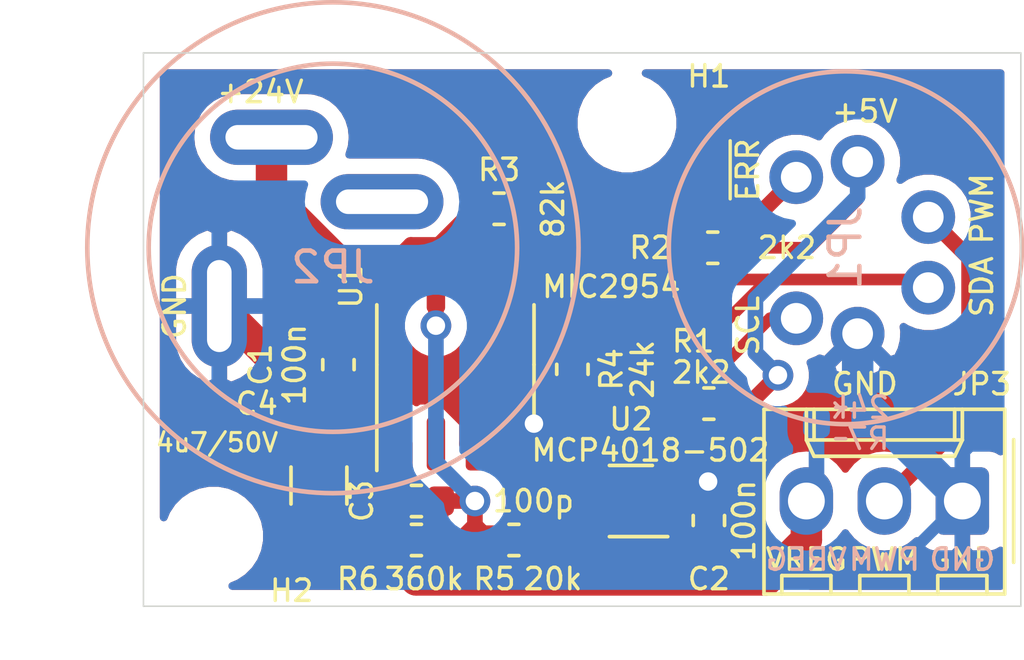
<source format=kicad_pcb>
(kicad_pcb (version 20171130) (host pcbnew 5.1.9-73d0e3b20d~88~ubuntu20.04.1)

  (general
    (thickness 1.6)
    (drawings 18)
    (tracks 104)
    (zones 0)
    (modules 18)
    (nets 11)
  )

  (page A4)
  (layers
    (0 F.Cu signal)
    (31 B.Cu signal)
    (32 B.Adhes user)
    (33 F.Adhes user)
    (34 B.Paste user)
    (35 F.Paste user)
    (36 B.SilkS user)
    (37 F.SilkS user)
    (38 B.Mask user)
    (39 F.Mask user)
    (40 Dwgs.User user)
    (41 Cmts.User user)
    (42 Eco1.User user)
    (43 Eco2.User user)
    (44 Edge.Cuts user)
    (45 Margin user)
    (46 B.CrtYd user)
    (47 F.CrtYd user)
    (48 B.Fab user hide)
    (49 F.Fab user)
  )

  (setup
    (last_trace_width 0.381)
    (user_trace_width 0.381)
    (user_trace_width 0.508)
    (user_trace_width 0.762)
    (user_trace_width 1.024)
    (trace_clearance 0.2)
    (zone_clearance 0.508)
    (zone_45_only no)
    (trace_min 0.2)
    (via_size 0.8)
    (via_drill 0.4)
    (via_min_size 0.4)
    (via_min_drill 0.3)
    (user_via 1 0.6)
    (uvia_size 0.3)
    (uvia_drill 0.1)
    (uvias_allowed no)
    (uvia_min_size 0.2)
    (uvia_min_drill 0.1)
    (edge_width 0.05)
    (segment_width 0.2)
    (pcb_text_width 0.3)
    (pcb_text_size 1.5 1.5)
    (mod_edge_width 0.12)
    (mod_text_size 1 1)
    (mod_text_width 0.15)
    (pad_size 1.524 1.524)
    (pad_drill 0.762)
    (pad_to_mask_clearance 0)
    (aux_axis_origin 0 0)
    (visible_elements FFFFFF7F)
    (pcbplotparams
      (layerselection 0x010fc_ffffffff)
      (usegerberextensions true)
      (usegerberattributes false)
      (usegerberadvancedattributes true)
      (creategerberjobfile false)
      (excludeedgelayer true)
      (linewidth 0.100000)
      (plotframeref false)
      (viasonmask false)
      (mode 1)
      (useauxorigin false)
      (hpglpennumber 1)
      (hpglpenspeed 20)
      (hpglpendiameter 15.000000)
      (psnegative false)
      (psa4output false)
      (plotreference true)
      (plotvalue true)
      (plotinvisibletext false)
      (padsonsilk false)
      (subtractmaskfromsilk false)
      (outputformat 1)
      (mirror false)
      (drillshape 0)
      (scaleselection 1)
      (outputdirectory "boards/"))
  )

  (net 0 "")
  (net 1 GND)
  (net 2 +24V)
  (net 3 +5V)
  (net 4 /VREGOUT)
  (net 5 "Net-(C3-Pad2)")
  (net 6 /SDA)
  (net 7 /PWM)
  (net 8 /SCL)
  (net 9 /~ERR)
  (net 10 "Net-(R5-Pad2)")

  (net_class Default "This is the default net class."
    (clearance 0.2)
    (trace_width 0.25)
    (via_dia 0.8)
    (via_drill 0.4)
    (uvia_dia 0.3)
    (uvia_drill 0.1)
    (add_net +24V)
    (add_net +5V)
    (add_net /PWM)
    (add_net /SCL)
    (add_net /SDA)
    (add_net /VREGOUT)
    (add_net /~ERR)
    (add_net GND)
    (add_net "Net-(C3-Pad2)")
    (add_net "Net-(R5-Pad2)")
  )

  (module Resistor_SMD:R_0603_1608Metric (layer F.Cu) (tedit 5B301BBD) (tstamp 5FFDCDEA)
    (at 135.382 93.98 180)
    (descr "Resistor SMD 0603 (1608 Metric), square (rectangular) end terminal, IPC_7351 nominal, (Body size source: http://www.tortai-tech.com/upload/download/2011102023233369053.pdf), generated with kicad-footprint-generator")
    (tags resistor)
    (path /5FFE7155)
    (attr smd)
    (fp_text reference R2 (at 2.032 0) (layer F.SilkS)
      (effects (font (size 0.7 0.7) (thickness 0.11)))
    )
    (fp_text value 2k2 (at -2.413 0) (layer F.SilkS)
      (effects (font (size 0.7 0.7) (thickness 0.11)))
    )
    (fp_text user %R (at 0 0) (layer F.Fab)
      (effects (font (size 0.4 0.4) (thickness 0.06)))
    )
    (fp_line (start -0.8 0.4) (end -0.8 -0.4) (layer F.Fab) (width 0.1))
    (fp_line (start -0.8 -0.4) (end 0.8 -0.4) (layer F.Fab) (width 0.1))
    (fp_line (start 0.8 -0.4) (end 0.8 0.4) (layer F.Fab) (width 0.1))
    (fp_line (start 0.8 0.4) (end -0.8 0.4) (layer F.Fab) (width 0.1))
    (fp_line (start -0.162779 -0.51) (end 0.162779 -0.51) (layer F.SilkS) (width 0.12))
    (fp_line (start -0.162779 0.51) (end 0.162779 0.51) (layer F.SilkS) (width 0.12))
    (fp_line (start -1.48 0.73) (end -1.48 -0.73) (layer F.CrtYd) (width 0.05))
    (fp_line (start -1.48 -0.73) (end 1.48 -0.73) (layer F.CrtYd) (width 0.05))
    (fp_line (start 1.48 -0.73) (end 1.48 0.73) (layer F.CrtYd) (width 0.05))
    (fp_line (start 1.48 0.73) (end -1.48 0.73) (layer F.CrtYd) (width 0.05))
    (pad 2 smd roundrect (at 0.7875 0 180) (size 0.875 0.95) (layers F.Cu F.Paste F.Mask) (roundrect_rratio 0.25)
      (net 6 /SDA))
    (pad 1 smd roundrect (at -0.7875 0 180) (size 0.875 0.95) (layers F.Cu F.Paste F.Mask) (roundrect_rratio 0.25)
      (net 3 +5V))
    (model ${KISYS3DMOD}/Resistor_SMD.3dshapes/R_0603_1608Metric.wrl
      (at (xyz 0 0 0))
      (scale (xyz 1 1 1))
      (rotate (xyz 0 0 0))
    )
  )

  (module Resistor_SMD:R_0603_1608Metric (layer F.Cu) (tedit 5B301BBD) (tstamp 5FFDCDD9)
    (at 135.255 99.06 180)
    (descr "Resistor SMD 0603 (1608 Metric), square (rectangular) end terminal, IPC_7351 nominal, (Body size source: http://www.tortai-tech.com/upload/download/2011102023233369053.pdf), generated with kicad-footprint-generator")
    (tags resistor)
    (path /5FFE0D66)
    (attr smd)
    (fp_text reference R1 (at 1.27 2.032) (layer F.SilkS)
      (effects (font (size 0.7 0.7) (thickness 0.11)) (justify left))
    )
    (fp_text value 2k2 (at 1.27 1.016) (layer F.SilkS)
      (effects (font (size 0.7 0.7) (thickness 0.11)) (justify left))
    )
    (fp_text user %R (at 0 0) (layer F.Fab)
      (effects (font (size 0.4 0.4) (thickness 0.06)))
    )
    (fp_line (start -0.8 0.4) (end -0.8 -0.4) (layer F.Fab) (width 0.1))
    (fp_line (start -0.8 -0.4) (end 0.8 -0.4) (layer F.Fab) (width 0.1))
    (fp_line (start 0.8 -0.4) (end 0.8 0.4) (layer F.Fab) (width 0.1))
    (fp_line (start 0.8 0.4) (end -0.8 0.4) (layer F.Fab) (width 0.1))
    (fp_line (start -0.162779 -0.51) (end 0.162779 -0.51) (layer F.SilkS) (width 0.12))
    (fp_line (start -0.162779 0.51) (end 0.162779 0.51) (layer F.SilkS) (width 0.12))
    (fp_line (start -1.48 0.73) (end -1.48 -0.73) (layer F.CrtYd) (width 0.05))
    (fp_line (start -1.48 -0.73) (end 1.48 -0.73) (layer F.CrtYd) (width 0.05))
    (fp_line (start 1.48 -0.73) (end 1.48 0.73) (layer F.CrtYd) (width 0.05))
    (fp_line (start 1.48 0.73) (end -1.48 0.73) (layer F.CrtYd) (width 0.05))
    (pad 2 smd roundrect (at 0.7875 0 180) (size 0.875 0.95) (layers F.Cu F.Paste F.Mask) (roundrect_rratio 0.25)
      (net 8 /SCL))
    (pad 1 smd roundrect (at -0.7875 0 180) (size 0.875 0.95) (layers F.Cu F.Paste F.Mask) (roundrect_rratio 0.25)
      (net 3 +5V))
    (model ${KISYS3DMOD}/Resistor_SMD.3dshapes/R_0603_1608Metric.wrl
      (at (xyz 0 0 0))
      (scale (xyz 1 1 1))
      (rotate (xyz 0 0 0))
    )
  )

  (module Connector_Molex:Molex_KK-254_AE-6410-03A_1x03_P2.54mm_Vertical (layer F.Cu) (tedit 5B78013E) (tstamp 5FAE0644)
    (at 143.51 102.235 180)
    (descr "Molex KK-254 Interconnect System, old/engineering part number: AE-6410-03A example for new part number: 22-27-2031, 3 Pins (http://www.molex.com/pdm_docs/sd/022272021_sd.pdf), generated with kicad-footprint-generator")
    (tags "connector Molex KK-254 side entry")
    (path /5FB13D6B)
    (fp_text reference JP3 (at -0.635 3.81 180) (layer F.SilkS)
      (effects (font (size 0.7 0.7) (thickness 0.11)))
    )
    (fp_text value KK_3way (at 2.54 4.08 180) (layer F.Fab)
      (effects (font (size 1 1) (thickness 0.15)))
    )
    (fp_line (start 6.85 -3.42) (end -1.77 -3.42) (layer F.CrtYd) (width 0.05))
    (fp_line (start 6.85 3.38) (end 6.85 -3.42) (layer F.CrtYd) (width 0.05))
    (fp_line (start -1.77 3.38) (end 6.85 3.38) (layer F.CrtYd) (width 0.05))
    (fp_line (start -1.77 -3.42) (end -1.77 3.38) (layer F.CrtYd) (width 0.05))
    (fp_line (start 5.88 -2.43) (end 5.88 -3.03) (layer F.SilkS) (width 0.12))
    (fp_line (start 4.28 -2.43) (end 5.88 -2.43) (layer F.SilkS) (width 0.12))
    (fp_line (start 4.28 -3.03) (end 4.28 -2.43) (layer F.SilkS) (width 0.12))
    (fp_line (start 3.34 -2.43) (end 3.34 -3.03) (layer F.SilkS) (width 0.12))
    (fp_line (start 1.74 -2.43) (end 3.34 -2.43) (layer F.SilkS) (width 0.12))
    (fp_line (start 1.74 -3.03) (end 1.74 -2.43) (layer F.SilkS) (width 0.12))
    (fp_line (start 0.8 -2.43) (end 0.8 -3.03) (layer F.SilkS) (width 0.12))
    (fp_line (start -0.8 -2.43) (end 0.8 -2.43) (layer F.SilkS) (width 0.12))
    (fp_line (start -0.8 -3.03) (end -0.8 -2.43) (layer F.SilkS) (width 0.12))
    (fp_line (start 4.83 2.99) (end 4.83 1.99) (layer F.SilkS) (width 0.12))
    (fp_line (start 0.25 2.99) (end 0.25 1.99) (layer F.SilkS) (width 0.12))
    (fp_line (start 4.83 1.46) (end 5.08 1.99) (layer F.SilkS) (width 0.12))
    (fp_line (start 0.25 1.46) (end 4.83 1.46) (layer F.SilkS) (width 0.12))
    (fp_line (start 0 1.99) (end 0.25 1.46) (layer F.SilkS) (width 0.12))
    (fp_line (start 5.08 1.99) (end 5.08 2.99) (layer F.SilkS) (width 0.12))
    (fp_line (start 0 1.99) (end 5.08 1.99) (layer F.SilkS) (width 0.12))
    (fp_line (start 0 2.99) (end 0 1.99) (layer F.SilkS) (width 0.12))
    (fp_line (start -0.562893 0) (end -1.27 0.5) (layer F.Fab) (width 0.1))
    (fp_line (start -1.27 -0.5) (end -0.562893 0) (layer F.Fab) (width 0.1))
    (fp_line (start -1.67 -2) (end -1.67 2) (layer F.SilkS) (width 0.12))
    (fp_line (start 6.46 -3.03) (end -1.38 -3.03) (layer F.SilkS) (width 0.12))
    (fp_line (start 6.46 2.99) (end 6.46 -3.03) (layer F.SilkS) (width 0.12))
    (fp_line (start -1.38 2.99) (end 6.46 2.99) (layer F.SilkS) (width 0.12))
    (fp_line (start -1.38 -3.03) (end -1.38 2.99) (layer F.SilkS) (width 0.12))
    (fp_line (start 6.35 -2.92) (end -1.27 -2.92) (layer F.Fab) (width 0.1))
    (fp_line (start 6.35 2.88) (end 6.35 -2.92) (layer F.Fab) (width 0.1))
    (fp_line (start -1.27 2.88) (end 6.35 2.88) (layer F.Fab) (width 0.1))
    (fp_line (start -1.27 -2.92) (end -1.27 2.88) (layer F.Fab) (width 0.1))
    (fp_text user %R (at 2.54 -2.22 180) (layer F.Fab)
      (effects (font (size 1 1) (thickness 0.15)))
    )
    (pad 3 thru_hole oval (at 5.08 0 180) (size 1.74 2.2) (drill 1.2) (layers *.Cu *.Mask)
      (net 4 /VREGOUT))
    (pad 2 thru_hole oval (at 2.54 0 180) (size 1.74 2.2) (drill 1.2) (layers *.Cu *.Mask)
      (net 7 /PWM))
    (pad 1 thru_hole roundrect (at 0 0 180) (size 1.74 2.2) (drill 1.2) (layers *.Cu *.Mask) (roundrect_rratio 0.143678)
      (net 1 GND))
    (model ${KISYS3DMOD}/Connector_Molex.3dshapes/Molex_KK-254_AE-6410-03A_1x03_P2.54mm_Vertical.wrl
      (at (xyz 0 0 0))
      (scale (xyz 1 1 1))
      (rotate (xyz 0 0 0))
    )
  )

  (module MountingHole:MountingHole_2.2mm_M2 (layer F.Cu) (tedit 56D1B4CB) (tstamp 5FBD4875)
    (at 119.126 103.378)
    (descr "Mounting Hole 2.2mm, no annular, M2")
    (tags "mounting hole 2.2mm no annular m2")
    (path /5FBE16DC)
    (attr virtual)
    (fp_text reference H2 (at 2.54 1.778) (layer F.SilkS)
      (effects (font (size 0.7 0.7) (thickness 0.11)))
    )
    (fp_text value "M2 Mounting Hole" (at 0 3.2) (layer F.Fab)
      (effects (font (size 1 1) (thickness 0.15)))
    )
    (fp_circle (center 0 0) (end 2.2 0) (layer Cmts.User) (width 0.15))
    (fp_circle (center 0 0) (end 2.45 0) (layer F.CrtYd) (width 0.05))
    (fp_text user %R (at 0.3 0) (layer F.Fab)
      (effects (font (size 1 1) (thickness 0.15)))
    )
    (pad 1 np_thru_hole circle (at 0 0) (size 2.2 2.2) (drill 2.2) (layers *.Cu *.Mask))
  )

  (module MountingHole:MountingHole_2.2mm_M2 (layer F.Cu) (tedit 56D1B4CB) (tstamp 5FBD4AFF)
    (at 132.588 89.916)
    (descr "Mounting Hole 2.2mm, no annular, M2")
    (tags "mounting hole 2.2mm no annular m2")
    (path /5FBE101C)
    (attr virtual)
    (fp_text reference H1 (at 2.667 -1.524) (layer F.SilkS)
      (effects (font (size 0.7 0.7) (thickness 0.11)))
    )
    (fp_text value "M2 Mounting Hole" (at 0 3.2) (layer F.Fab)
      (effects (font (size 1 1) (thickness 0.15)))
    )
    (fp_circle (center 0 0) (end 2.2 0) (layer Cmts.User) (width 0.15))
    (fp_circle (center 0 0) (end 2.45 0) (layer F.CrtYd) (width 0.05))
    (fp_text user %R (at 0.3 0) (layer F.Fab)
      (effects (font (size 1 1) (thickness 0.15)))
    )
    (pad 1 np_thru_hole circle (at 0 0) (size 2.2 2.2) (drill 2.2) (layers *.Cu *.Mask))
  )

  (module Resistor_SMD:R_0603_1608Metric (layer B.Cu) (tedit 5B301BBD) (tstamp 5FBD3C94)
    (at 139.5475 99.695)
    (descr "Resistor SMD 0603 (1608 Metric), square (rectangular) end terminal, IPC_7351 nominal, (Body size source: http://www.tortai-tech.com/upload/download/2011102023233369053.pdf), generated with kicad-footprint-generator")
    (tags resistor)
    (path /5FBD72C9)
    (attr smd)
    (fp_text reference R7 (at 1.651 0.508 180) (layer B.SilkS)
      (effects (font (size 0.7 0.7) (thickness 0.11)) (justify left mirror))
    )
    (fp_text value 24k (at 1.651 -0.508 180) (layer B.SilkS)
      (effects (font (size 0.7 0.7) (thickness 0.11)) (justify left mirror))
    )
    (fp_line (start -0.8 -0.4) (end -0.8 0.4) (layer B.Fab) (width 0.1))
    (fp_line (start -0.8 0.4) (end 0.8 0.4) (layer B.Fab) (width 0.1))
    (fp_line (start 0.8 0.4) (end 0.8 -0.4) (layer B.Fab) (width 0.1))
    (fp_line (start 0.8 -0.4) (end -0.8 -0.4) (layer B.Fab) (width 0.1))
    (fp_line (start -0.162779 0.51) (end 0.162779 0.51) (layer B.SilkS) (width 0.12))
    (fp_line (start -0.162779 -0.51) (end 0.162779 -0.51) (layer B.SilkS) (width 0.12))
    (fp_line (start -1.48 -0.73) (end -1.48 0.73) (layer B.CrtYd) (width 0.05))
    (fp_line (start -1.48 0.73) (end 1.48 0.73) (layer B.CrtYd) (width 0.05))
    (fp_line (start 1.48 0.73) (end 1.48 -0.73) (layer B.CrtYd) (width 0.05))
    (fp_line (start 1.48 -0.73) (end -1.48 -0.73) (layer B.CrtYd) (width 0.05))
    (fp_text user %R (at 0 0 180) (layer B.Fab)
      (effects (font (size 0.4 0.4) (thickness 0.06)) (justify mirror))
    )
    (pad 2 smd roundrect (at 0.7875 0) (size 0.875 0.95) (layers B.Cu B.Paste B.Mask) (roundrect_rratio 0.25)
      (net 1 GND))
    (pad 1 smd roundrect (at -0.7875 0) (size 0.875 0.95) (layers B.Cu B.Paste B.Mask) (roundrect_rratio 0.25)
      (net 4 /VREGOUT))
    (model ${KISYS3DMOD}/Resistor_SMD.3dshapes/R_0603_1608Metric.wrl
      (at (xyz 0 0 0))
      (scale (xyz 1 1 1))
      (rotate (xyz 0 0 0))
    )
  )

  (module jakub:MiniDIN6way (layer B.Cu) (tedit 5FADAE41) (tstamp 5FAE1C80)
    (at 139.7 93.98 270)
    (descr "PSG01567 PS/2 mini DIN 6 connector")
    (path /5FAF9EF5)
    (fp_text reference JP1 (at 0 0 90) (layer B.SilkS)
      (effects (font (size 1 1) (thickness 0.15)) (justify mirror))
    )
    (fp_text value Mini-DIN-6 (at 0 -3.556 90) (layer B.Fab)
      (effects (font (size 1 1) (thickness 0.15)) (justify mirror))
    )
    (fp_circle (center 0 0) (end 5.75 0) (layer B.SilkS) (width 0.15))
    (pad 1 thru_hole circle (at 1.3 -2.7 270) (size 1.75 1.75) (drill 1) (layers *.Cu *.Mask)
      (net 6 /SDA))
    (pad 2 thru_hole circle (at -1 -2.7 270) (size 1.75 1.75) (drill 1) (layers *.Cu *.Mask)
      (net 7 /PWM))
    (pad 3 thru_hole circle (at 2.8 -0.4 270) (size 1.75 1.75) (drill 1) (layers *.Cu *.Mask)
      (net 1 GND))
    (pad 4 thru_hole circle (at -2.8 -0.4 270) (size 1.75 1.75) (drill 1) (layers *.Cu *.Mask)
      (net 3 +5V))
    (pad 5 thru_hole circle (at 2.3 1.6 270) (size 1.75 1.75) (drill 1) (layers *.Cu *.Mask)
      (net 8 /SCL))
    (pad 6 thru_hole circle (at -2.3 1.6 270) (size 1.75 1.75) (drill 1) (layers *.Cu *.Mask)
      (net 9 /~ERR))
  )

  (module Capacitor_SMD:C_0603_1608Metric (layer F.Cu) (tedit 5B301BBE) (tstamp 5FAE1505)
    (at 123.19 97.79 270)
    (descr "Capacitor SMD 0603 (1608 Metric), square (rectangular) end terminal, IPC_7351 nominal, (Body size source: http://www.tortai-tech.com/upload/download/2011102023233369053.pdf), generated with kicad-footprint-generator")
    (tags capacitor)
    (path /5FAE4204)
    (attr smd)
    (fp_text reference C1 (at 0 2.54 90) (layer F.SilkS)
      (effects (font (size 0.7 0.7) (thickness 0.11)))
    )
    (fp_text value 100n (at 0 1.43 90) (layer F.SilkS)
      (effects (font (size 0.7 0.7) (thickness 0.11)))
    )
    (fp_line (start 1.48 0.73) (end -1.48 0.73) (layer F.CrtYd) (width 0.05))
    (fp_line (start 1.48 -0.73) (end 1.48 0.73) (layer F.CrtYd) (width 0.05))
    (fp_line (start -1.48 -0.73) (end 1.48 -0.73) (layer F.CrtYd) (width 0.05))
    (fp_line (start -1.48 0.73) (end -1.48 -0.73) (layer F.CrtYd) (width 0.05))
    (fp_line (start -0.162779 0.51) (end 0.162779 0.51) (layer F.SilkS) (width 0.12))
    (fp_line (start -0.162779 -0.51) (end 0.162779 -0.51) (layer F.SilkS) (width 0.12))
    (fp_line (start 0.8 0.4) (end -0.8 0.4) (layer F.Fab) (width 0.1))
    (fp_line (start 0.8 -0.4) (end 0.8 0.4) (layer F.Fab) (width 0.1))
    (fp_line (start -0.8 -0.4) (end 0.8 -0.4) (layer F.Fab) (width 0.1))
    (fp_line (start -0.8 0.4) (end -0.8 -0.4) (layer F.Fab) (width 0.1))
    (fp_text user %R (at 0 0 90) (layer F.Fab)
      (effects (font (size 0.4 0.4) (thickness 0.06)))
    )
    (pad 2 smd roundrect (at 0.7875 0 270) (size 0.875 0.95) (layers F.Cu F.Paste F.Mask) (roundrect_rratio 0.25)
      (net 1 GND))
    (pad 1 smd roundrect (at -0.7875 0 270) (size 0.875 0.95) (layers F.Cu F.Paste F.Mask) (roundrect_rratio 0.25)
      (net 2 +24V))
    (model ${KISYS3DMOD}/Capacitor_SMD.3dshapes/C_0603_1608Metric.wrl
      (at (xyz 0 0 0))
      (scale (xyz 1 1 1))
      (rotate (xyz 0 0 0))
    )
  )

  (module Capacitor_SMD:C_0603_1608Metric (layer F.Cu) (tedit 5B301BBE) (tstamp 5FAE05F7)
    (at 135.255 102.87 90)
    (descr "Capacitor SMD 0603 (1608 Metric), square (rectangular) end terminal, IPC_7351 nominal, (Body size source: http://www.tortai-tech.com/upload/download/2011102023233369053.pdf), generated with kicad-footprint-generator")
    (tags capacitor)
    (path /5FAF231F)
    (attr smd)
    (fp_text reference C2 (at -1.905 0 180) (layer F.SilkS)
      (effects (font (size 0.7 0.7) (thickness 0.11)))
    )
    (fp_text value 100n (at 0 1.143 90) (layer F.SilkS)
      (effects (font (size 0.7 0.7) (thickness 0.11)))
    )
    (fp_line (start 1.48 0.73) (end -1.48 0.73) (layer F.CrtYd) (width 0.05))
    (fp_line (start 1.48 -0.73) (end 1.48 0.73) (layer F.CrtYd) (width 0.05))
    (fp_line (start -1.48 -0.73) (end 1.48 -0.73) (layer F.CrtYd) (width 0.05))
    (fp_line (start -1.48 0.73) (end -1.48 -0.73) (layer F.CrtYd) (width 0.05))
    (fp_line (start -0.162779 0.51) (end 0.162779 0.51) (layer F.SilkS) (width 0.12))
    (fp_line (start -0.162779 -0.51) (end 0.162779 -0.51) (layer F.SilkS) (width 0.12))
    (fp_line (start 0.8 0.4) (end -0.8 0.4) (layer F.Fab) (width 0.1))
    (fp_line (start 0.8 -0.4) (end 0.8 0.4) (layer F.Fab) (width 0.1))
    (fp_line (start -0.8 -0.4) (end 0.8 -0.4) (layer F.Fab) (width 0.1))
    (fp_line (start -0.8 0.4) (end -0.8 -0.4) (layer F.Fab) (width 0.1))
    (fp_text user %R (at 0 0 90) (layer F.Fab)
      (effects (font (size 0.4 0.4) (thickness 0.06)))
    )
    (pad 2 smd roundrect (at 0.7875 0 90) (size 0.875 0.95) (layers F.Cu F.Paste F.Mask) (roundrect_rratio 0.25)
      (net 1 GND))
    (pad 1 smd roundrect (at -0.7875 0 90) (size 0.875 0.95) (layers F.Cu F.Paste F.Mask) (roundrect_rratio 0.25)
      (net 3 +5V))
    (model ${KISYS3DMOD}/Capacitor_SMD.3dshapes/C_0603_1608Metric.wrl
      (at (xyz 0 0 0))
      (scale (xyz 1 1 1))
      (rotate (xyz 0 0 0))
    )
  )

  (module Capacitor_SMD:C_0603_1608Metric (layer F.Cu) (tedit 5B301BBE) (tstamp 5FAE0608)
    (at 125.73 102.235)
    (descr "Capacitor SMD 0603 (1608 Metric), square (rectangular) end terminal, IPC_7351 nominal, (Body size source: http://www.tortai-tech.com/upload/download/2011102023233369053.pdf), generated with kicad-footprint-generator")
    (tags capacitor)
    (path /5FAE1374)
    (attr smd)
    (fp_text reference C3 (at -1.778 0 90) (layer F.SilkS)
      (effects (font (size 0.7 0.7) (thickness 0.11)))
    )
    (fp_text value 100p (at 3.81 0) (layer F.SilkS)
      (effects (font (size 0.7 0.7) (thickness 0.11)))
    )
    (fp_line (start -0.8 0.4) (end -0.8 -0.4) (layer F.Fab) (width 0.1))
    (fp_line (start -0.8 -0.4) (end 0.8 -0.4) (layer F.Fab) (width 0.1))
    (fp_line (start 0.8 -0.4) (end 0.8 0.4) (layer F.Fab) (width 0.1))
    (fp_line (start 0.8 0.4) (end -0.8 0.4) (layer F.Fab) (width 0.1))
    (fp_line (start -0.162779 -0.51) (end 0.162779 -0.51) (layer F.SilkS) (width 0.12))
    (fp_line (start -0.162779 0.51) (end 0.162779 0.51) (layer F.SilkS) (width 0.12))
    (fp_line (start -1.48 0.73) (end -1.48 -0.73) (layer F.CrtYd) (width 0.05))
    (fp_line (start -1.48 -0.73) (end 1.48 -0.73) (layer F.CrtYd) (width 0.05))
    (fp_line (start 1.48 -0.73) (end 1.48 0.73) (layer F.CrtYd) (width 0.05))
    (fp_line (start 1.48 0.73) (end -1.48 0.73) (layer F.CrtYd) (width 0.05))
    (fp_text user %R (at 0 0) (layer F.Fab)
      (effects (font (size 0.4 0.4) (thickness 0.06)))
    )
    (pad 1 smd roundrect (at -0.7875 0) (size 0.875 0.95) (layers F.Cu F.Paste F.Mask) (roundrect_rratio 0.25)
      (net 4 /VREGOUT))
    (pad 2 smd roundrect (at 0.7875 0) (size 0.875 0.95) (layers F.Cu F.Paste F.Mask) (roundrect_rratio 0.25)
      (net 5 "Net-(C3-Pad2)"))
    (model ${KISYS3DMOD}/Capacitor_SMD.3dshapes/C_0603_1608Metric.wrl
      (at (xyz 0 0 0))
      (scale (xyz 1 1 1))
      (rotate (xyz 0 0 0))
    )
  )

  (module Capacitor_SMD:C_1206_3216Metric (layer F.Cu) (tedit 5B301BBE) (tstamp 5FBD4A58)
    (at 122.555 101.73 90)
    (descr "Capacitor SMD 1206 (3216 Metric), square (rectangular) end terminal, IPC_7351 nominal, (Body size source: http://www.tortai-tech.com/upload/download/2011102023233369053.pdf), generated with kicad-footprint-generator")
    (tags capacitor)
    (path /5FAE5F25)
    (attr smd)
    (fp_text reference C4 (at 2.67 -1.27 180) (layer F.SilkS)
      (effects (font (size 0.7 0.7) (thickness 0.11)) (justify right))
    )
    (fp_text value 4u7/50V (at 1.4 -1.27 180) (layer F.SilkS)
      (effects (font (size 0.6 0.6) (thickness 0.1)) (justify right))
    )
    (fp_line (start -1.6 0.8) (end -1.6 -0.8) (layer F.Fab) (width 0.1))
    (fp_line (start -1.6 -0.8) (end 1.6 -0.8) (layer F.Fab) (width 0.1))
    (fp_line (start 1.6 -0.8) (end 1.6 0.8) (layer F.Fab) (width 0.1))
    (fp_line (start 1.6 0.8) (end -1.6 0.8) (layer F.Fab) (width 0.1))
    (fp_line (start -0.602064 -0.91) (end 0.602064 -0.91) (layer F.SilkS) (width 0.12))
    (fp_line (start -0.602064 0.91) (end 0.602064 0.91) (layer F.SilkS) (width 0.12))
    (fp_line (start -2.28 1.12) (end -2.28 -1.12) (layer F.CrtYd) (width 0.05))
    (fp_line (start -2.28 -1.12) (end 2.28 -1.12) (layer F.CrtYd) (width 0.05))
    (fp_line (start 2.28 -1.12) (end 2.28 1.12) (layer F.CrtYd) (width 0.05))
    (fp_line (start 2.28 1.12) (end -2.28 1.12) (layer F.CrtYd) (width 0.05))
    (fp_text user %R (at 0 0 90) (layer F.Fab)
      (effects (font (size 0.8 0.8) (thickness 0.12)))
    )
    (pad 1 smd roundrect (at -1.4 0 90) (size 1.25 1.75) (layers F.Cu F.Paste F.Mask) (roundrect_rratio 0.2)
      (net 4 /VREGOUT))
    (pad 2 smd roundrect (at 1.4 0 90) (size 1.25 1.75) (layers F.Cu F.Paste F.Mask) (roundrect_rratio 0.2)
      (net 1 GND))
    (model ${KISYS3DMOD}/Capacitor_SMD.3dshapes/C_1206_3216Metric.wrl
      (at (xyz 0 0 0))
      (scale (xyz 1 1 1))
      (rotate (xyz 0 0 0))
    )
  )

  (module jakub:2.1mmBarrelJackTop (layer B.Cu) (tedit 5FADB09B) (tstamp 5FAE18D9)
    (at 123.010001 93.98)
    (descr "FC681473 Panel mount DC jack")
    (path /5FB11308)
    (fp_text reference JP2 (at 0 0.635) (layer B.SilkS)
      (effects (font (size 1 1) (thickness 0.15)) (justify mirror))
    )
    (fp_text value Barrel_Jack_Switch_Pin3Ring (at 0 -3.81) (layer B.Fab)
      (effects (font (size 1 1) (thickness 0.15)) (justify mirror))
    )
    (fp_circle (center 0 0) (end 6 0) (layer B.SilkS) (width 0.15))
    (fp_circle (center 0 0) (end 8 0) (layer B.SilkS) (width 0.15))
    (pad 1 thru_hole oval (at -2 -3.6) (size 4 1.8) (drill oval 3 0.8) (layers *.Cu *.Mask)
      (net 2 +24V))
    (pad 2 thru_hole oval (at 1.6 -1.5) (size 4 1.8) (drill oval 3 0.8) (layers *.Cu *.Mask))
    (pad 3 thru_hole oval (at -3.7 1.9) (size 1.8 4) (drill oval 0.8 3) (layers *.Cu *.Mask)
      (net 1 GND))
  )

  (module Resistor_SMD:R_0603_1608Metric (layer F.Cu) (tedit 5B301BBD) (tstamp 5FAE0655)
    (at 128.4225 92.71)
    (descr "Resistor SMD 0603 (1608 Metric), square (rectangular) end terminal, IPC_7351 nominal, (Body size source: http://www.tortai-tech.com/upload/download/2011102023233369053.pdf), generated with kicad-footprint-generator")
    (tags resistor)
    (path /5FB28AA5)
    (attr smd)
    (fp_text reference R3 (at 0 -1.27) (layer F.SilkS)
      (effects (font (size 0.7 0.7) (thickness 0.11)))
    )
    (fp_text value 82k (at 1.7525 0 90) (layer F.SilkS)
      (effects (font (size 0.7 0.7) (thickness 0.11)))
    )
    (fp_line (start -0.8 0.4) (end -0.8 -0.4) (layer F.Fab) (width 0.1))
    (fp_line (start -0.8 -0.4) (end 0.8 -0.4) (layer F.Fab) (width 0.1))
    (fp_line (start 0.8 -0.4) (end 0.8 0.4) (layer F.Fab) (width 0.1))
    (fp_line (start 0.8 0.4) (end -0.8 0.4) (layer F.Fab) (width 0.1))
    (fp_line (start -0.162779 -0.51) (end 0.162779 -0.51) (layer F.SilkS) (width 0.12))
    (fp_line (start -0.162779 0.51) (end 0.162779 0.51) (layer F.SilkS) (width 0.12))
    (fp_line (start -1.48 0.73) (end -1.48 -0.73) (layer F.CrtYd) (width 0.05))
    (fp_line (start -1.48 -0.73) (end 1.48 -0.73) (layer F.CrtYd) (width 0.05))
    (fp_line (start 1.48 -0.73) (end 1.48 0.73) (layer F.CrtYd) (width 0.05))
    (fp_line (start 1.48 0.73) (end -1.48 0.73) (layer F.CrtYd) (width 0.05))
    (fp_text user %R (at 0 0) (layer F.Fab)
      (effects (font (size 0.4 0.4) (thickness 0.06)))
    )
    (pad 1 smd roundrect (at -0.7875 0) (size 0.875 0.95) (layers F.Cu F.Paste F.Mask) (roundrect_rratio 0.25)
      (net 2 +24V))
    (pad 2 smd roundrect (at 0.7875 0) (size 0.875 0.95) (layers F.Cu F.Paste F.Mask) (roundrect_rratio 0.25)
      (net 9 /~ERR))
    (model ${KISYS3DMOD}/Resistor_SMD.3dshapes/R_0603_1608Metric.wrl
      (at (xyz 0 0 0))
      (scale (xyz 1 1 1))
      (rotate (xyz 0 0 0))
    )
  )

  (module Resistor_SMD:R_0603_1608Metric (layer F.Cu) (tedit 5B301BBD) (tstamp 5FAE0C37)
    (at 130.81 97.9425 270)
    (descr "Resistor SMD 0603 (1608 Metric), square (rectangular) end terminal, IPC_7351 nominal, (Body size source: http://www.tortai-tech.com/upload/download/2011102023233369053.pdf), generated with kicad-footprint-generator")
    (tags resistor)
    (path /5FB2D53E)
    (attr smd)
    (fp_text reference R4 (at 0 -1.27 270) (layer F.SilkS)
      (effects (font (size 0.7 0.7) (thickness 0.11)))
    )
    (fp_text value 24k (at 0 -2.286 90) (layer F.SilkS)
      (effects (font (size 0.7 0.7) (thickness 0.11)))
    )
    (fp_line (start 1.48 0.73) (end -1.48 0.73) (layer F.CrtYd) (width 0.05))
    (fp_line (start 1.48 -0.73) (end 1.48 0.73) (layer F.CrtYd) (width 0.05))
    (fp_line (start -1.48 -0.73) (end 1.48 -0.73) (layer F.CrtYd) (width 0.05))
    (fp_line (start -1.48 0.73) (end -1.48 -0.73) (layer F.CrtYd) (width 0.05))
    (fp_line (start -0.162779 0.51) (end 0.162779 0.51) (layer F.SilkS) (width 0.12))
    (fp_line (start -0.162779 -0.51) (end 0.162779 -0.51) (layer F.SilkS) (width 0.12))
    (fp_line (start 0.8 0.4) (end -0.8 0.4) (layer F.Fab) (width 0.1))
    (fp_line (start 0.8 -0.4) (end 0.8 0.4) (layer F.Fab) (width 0.1))
    (fp_line (start -0.8 -0.4) (end 0.8 -0.4) (layer F.Fab) (width 0.1))
    (fp_line (start -0.8 0.4) (end -0.8 -0.4) (layer F.Fab) (width 0.1))
    (fp_text user %R (at 0 0 90) (layer F.Fab)
      (effects (font (size 0.4 0.4) (thickness 0.06)))
    )
    (pad 2 smd roundrect (at 0.7875 0 270) (size 0.875 0.95) (layers F.Cu F.Paste F.Mask) (roundrect_rratio 0.25)
      (net 1 GND))
    (pad 1 smd roundrect (at -0.7875 0 270) (size 0.875 0.95) (layers F.Cu F.Paste F.Mask) (roundrect_rratio 0.25)
      (net 9 /~ERR))
    (model ${KISYS3DMOD}/Resistor_SMD.3dshapes/R_0603_1608Metric.wrl
      (at (xyz 0 0 0))
      (scale (xyz 1 1 1))
      (rotate (xyz 0 0 0))
    )
  )

  (module Resistor_SMD:R_0603_1608Metric (layer F.Cu) (tedit 5B301BBD) (tstamp 5FAE0677)
    (at 128.905 103.505)
    (descr "Resistor SMD 0603 (1608 Metric), square (rectangular) end terminal, IPC_7351 nominal, (Body size source: http://www.tortai-tech.com/upload/download/2011102023233369053.pdf), generated with kicad-footprint-generator")
    (tags resistor)
    (path /5FAE331A)
    (attr smd)
    (fp_text reference R5 (at -0.635 1.27) (layer F.SilkS)
      (effects (font (size 0.7 0.7) (thickness 0.11)))
    )
    (fp_text value 20k (at 1.27 1.27) (layer F.SilkS)
      (effects (font (size 0.7 0.7) (thickness 0.11)))
    )
    (fp_line (start 1.48 0.73) (end -1.48 0.73) (layer F.CrtYd) (width 0.05))
    (fp_line (start 1.48 -0.73) (end 1.48 0.73) (layer F.CrtYd) (width 0.05))
    (fp_line (start -1.48 -0.73) (end 1.48 -0.73) (layer F.CrtYd) (width 0.05))
    (fp_line (start -1.48 0.73) (end -1.48 -0.73) (layer F.CrtYd) (width 0.05))
    (fp_line (start -0.162779 0.51) (end 0.162779 0.51) (layer F.SilkS) (width 0.12))
    (fp_line (start -0.162779 -0.51) (end 0.162779 -0.51) (layer F.SilkS) (width 0.12))
    (fp_line (start 0.8 0.4) (end -0.8 0.4) (layer F.Fab) (width 0.1))
    (fp_line (start 0.8 -0.4) (end 0.8 0.4) (layer F.Fab) (width 0.1))
    (fp_line (start -0.8 -0.4) (end 0.8 -0.4) (layer F.Fab) (width 0.1))
    (fp_line (start -0.8 0.4) (end -0.8 -0.4) (layer F.Fab) (width 0.1))
    (fp_text user %R (at 0 0) (layer F.Fab)
      (effects (font (size 0.4 0.4) (thickness 0.06)))
    )
    (pad 2 smd roundrect (at 0.7875 0) (size 0.875 0.95) (layers F.Cu F.Paste F.Mask) (roundrect_rratio 0.25)
      (net 10 "Net-(R5-Pad2)"))
    (pad 1 smd roundrect (at -0.7875 0) (size 0.875 0.95) (layers F.Cu F.Paste F.Mask) (roundrect_rratio 0.25)
      (net 5 "Net-(C3-Pad2)"))
    (model ${KISYS3DMOD}/Resistor_SMD.3dshapes/R_0603_1608Metric.wrl
      (at (xyz 0 0 0))
      (scale (xyz 1 1 1))
      (rotate (xyz 0 0 0))
    )
  )

  (module Resistor_SMD:R_0603_1608Metric (layer F.Cu) (tedit 5B301BBD) (tstamp 5FAE0688)
    (at 125.73 103.505)
    (descr "Resistor SMD 0603 (1608 Metric), square (rectangular) end terminal, IPC_7351 nominal, (Body size source: http://www.tortai-tech.com/upload/download/2011102023233369053.pdf), generated with kicad-footprint-generator")
    (tags resistor)
    (path /5FAE1ED0)
    (attr smd)
    (fp_text reference R6 (at -1.905 1.27) (layer F.SilkS)
      (effects (font (size 0.7 0.7) (thickness 0.11)))
    )
    (fp_text value 360k (at 0.254 1.27) (layer F.SilkS)
      (effects (font (size 0.7 0.7) (thickness 0.11)))
    )
    (fp_line (start -0.8 0.4) (end -0.8 -0.4) (layer F.Fab) (width 0.1))
    (fp_line (start -0.8 -0.4) (end 0.8 -0.4) (layer F.Fab) (width 0.1))
    (fp_line (start 0.8 -0.4) (end 0.8 0.4) (layer F.Fab) (width 0.1))
    (fp_line (start 0.8 0.4) (end -0.8 0.4) (layer F.Fab) (width 0.1))
    (fp_line (start -0.162779 -0.51) (end 0.162779 -0.51) (layer F.SilkS) (width 0.12))
    (fp_line (start -0.162779 0.51) (end 0.162779 0.51) (layer F.SilkS) (width 0.12))
    (fp_line (start -1.48 0.73) (end -1.48 -0.73) (layer F.CrtYd) (width 0.05))
    (fp_line (start -1.48 -0.73) (end 1.48 -0.73) (layer F.CrtYd) (width 0.05))
    (fp_line (start 1.48 -0.73) (end 1.48 0.73) (layer F.CrtYd) (width 0.05))
    (fp_line (start 1.48 0.73) (end -1.48 0.73) (layer F.CrtYd) (width 0.05))
    (fp_text user %R (at 0 0) (layer F.Fab)
      (effects (font (size 0.4 0.4) (thickness 0.06)))
    )
    (pad 1 smd roundrect (at -0.7875 0) (size 0.875 0.95) (layers F.Cu F.Paste F.Mask) (roundrect_rratio 0.25)
      (net 4 /VREGOUT))
    (pad 2 smd roundrect (at 0.7875 0) (size 0.875 0.95) (layers F.Cu F.Paste F.Mask) (roundrect_rratio 0.25)
      (net 5 "Net-(C3-Pad2)"))
    (model ${KISYS3DMOD}/Resistor_SMD.3dshapes/R_0603_1608Metric.wrl
      (at (xyz 0 0 0))
      (scale (xyz 1 1 1))
      (rotate (xyz 0 0 0))
    )
  )

  (module Package_SO:SO-8_3.9x4.9mm_P1.27mm (layer F.Cu) (tedit 5C509AD1) (tstamp 5FAE06A2)
    (at 127 97.79 90)
    (descr "SO, 8 Pin (https://www.nxp.com/docs/en/data-sheet/PCF8523.pdf), generated with kicad-footprint-generator ipc_gullwing_generator.py")
    (tags "SO SO")
    (path /5FADFE0B)
    (attr smd)
    (fp_text reference U1 (at 2.54 -3.4 90) (layer F.SilkS)
      (effects (font (size 0.7 0.7) (thickness 0.11)))
    )
    (fp_text value MIC2954 (at 2.54 5.08 180) (layer F.SilkS)
      (effects (font (size 0.7 0.7) (thickness 0.11)))
    )
    (fp_line (start 0 2.56) (end 1.95 2.56) (layer F.SilkS) (width 0.12))
    (fp_line (start 0 2.56) (end -1.95 2.56) (layer F.SilkS) (width 0.12))
    (fp_line (start 0 -2.56) (end 1.95 -2.56) (layer F.SilkS) (width 0.12))
    (fp_line (start 0 -2.56) (end -3.45 -2.56) (layer F.SilkS) (width 0.12))
    (fp_line (start -0.975 -2.45) (end 1.95 -2.45) (layer F.Fab) (width 0.1))
    (fp_line (start 1.95 -2.45) (end 1.95 2.45) (layer F.Fab) (width 0.1))
    (fp_line (start 1.95 2.45) (end -1.95 2.45) (layer F.Fab) (width 0.1))
    (fp_line (start -1.95 2.45) (end -1.95 -1.475) (layer F.Fab) (width 0.1))
    (fp_line (start -1.95 -1.475) (end -0.975 -2.45) (layer F.Fab) (width 0.1))
    (fp_line (start -3.7 -2.7) (end -3.7 2.7) (layer F.CrtYd) (width 0.05))
    (fp_line (start -3.7 2.7) (end 3.7 2.7) (layer F.CrtYd) (width 0.05))
    (fp_line (start 3.7 2.7) (end 3.7 -2.7) (layer F.CrtYd) (width 0.05))
    (fp_line (start 3.7 -2.7) (end -3.7 -2.7) (layer F.CrtYd) (width 0.05))
    (fp_text user %R (at 0 0 90) (layer F.Fab) hide
      (effects (font (size 0.98 0.98) (thickness 0.15)))
    )
    (pad 1 smd roundrect (at -2.575 -1.905 90) (size 1.75 0.6) (layers F.Cu F.Paste F.Mask) (roundrect_rratio 0.25)
      (net 4 /VREGOUT))
    (pad 2 smd roundrect (at -2.575 -0.635 90) (size 1.75 0.6) (layers F.Cu F.Paste F.Mask) (roundrect_rratio 0.25))
    (pad 3 smd roundrect (at -2.575 0.635 90) (size 1.75 0.6) (layers F.Cu F.Paste F.Mask) (roundrect_rratio 0.25)
      (net 1 GND))
    (pad 4 smd roundrect (at -2.575 1.905 90) (size 1.75 0.6) (layers F.Cu F.Paste F.Mask) (roundrect_rratio 0.25)
      (net 1 GND))
    (pad 5 smd roundrect (at 2.575 1.905 90) (size 1.75 0.6) (layers F.Cu F.Paste F.Mask) (roundrect_rratio 0.25)
      (net 9 /~ERR))
    (pad 6 smd roundrect (at 2.575 0.635 90) (size 1.75 0.6) (layers F.Cu F.Paste F.Mask) (roundrect_rratio 0.25))
    (pad 7 smd roundrect (at 2.575 -0.635 90) (size 1.75 0.6) (layers F.Cu F.Paste F.Mask) (roundrect_rratio 0.25)
      (net 5 "Net-(C3-Pad2)"))
    (pad 8 smd roundrect (at 2.575 -1.905 90) (size 1.75 0.6) (layers F.Cu F.Paste F.Mask) (roundrect_rratio 0.25)
      (net 2 +24V))
    (model ${KISYS3DMOD}/Package_SO.3dshapes/SOIC-8_3.9x4.9mm_P1.27mm.step
      (at (xyz 0 0 0))
      (scale (xyz 1 1 1))
      (rotate (xyz 0 0 0))
    )
  )

  (module Package_TO_SOT_SMD:SOT-363_SC-70-6 (layer F.Cu) (tedit 5A02FF57) (tstamp 5FAE06B8)
    (at 132.715 102.235 180)
    (descr "SOT-363, SC-70-6")
    (tags "SOT-363 SC-70-6")
    (path /5FB010B4)
    (attr smd)
    (fp_text reference U2 (at 0 2.667) (layer F.SilkS)
      (effects (font (size 0.7 0.7) (thickness 0.11)))
    )
    (fp_text value MCP4018-502 (at -0.635 1.651 180) (layer F.SilkS)
      (effects (font (size 0.7 0.7) (thickness 0.11)))
    )
    (fp_line (start 0.7 -1.16) (end -1.2 -1.16) (layer F.SilkS) (width 0.12))
    (fp_line (start -0.7 1.16) (end 0.7 1.16) (layer F.SilkS) (width 0.12))
    (fp_line (start 1.6 1.4) (end 1.6 -1.4) (layer F.CrtYd) (width 0.05))
    (fp_line (start -1.6 -1.4) (end -1.6 1.4) (layer F.CrtYd) (width 0.05))
    (fp_line (start -1.6 -1.4) (end 1.6 -1.4) (layer F.CrtYd) (width 0.05))
    (fp_line (start 0.675 -1.1) (end -0.175 -1.1) (layer F.Fab) (width 0.1))
    (fp_line (start -0.675 -0.6) (end -0.675 1.1) (layer F.Fab) (width 0.1))
    (fp_line (start -1.6 1.4) (end 1.6 1.4) (layer F.CrtYd) (width 0.05))
    (fp_line (start 0.675 -1.1) (end 0.675 1.1) (layer F.Fab) (width 0.1))
    (fp_line (start 0.675 1.1) (end -0.675 1.1) (layer F.Fab) (width 0.1))
    (fp_line (start -0.175 -1.1) (end -0.675 -0.6) (layer F.Fab) (width 0.1))
    (fp_text user %R (at 0 0 90) (layer F.Fab)
      (effects (font (size 0.5 0.5) (thickness 0.075)))
    )
    (pad 1 smd rect (at -0.95 -0.65 180) (size 0.65 0.4) (layers F.Cu F.Paste F.Mask)
      (net 3 +5V))
    (pad 3 smd rect (at -0.95 0.65 180) (size 0.65 0.4) (layers F.Cu F.Paste F.Mask)
      (net 8 /SCL))
    (pad 5 smd rect (at 0.95 0 180) (size 0.65 0.4) (layers F.Cu F.Paste F.Mask)
      (net 10 "Net-(R5-Pad2)"))
    (pad 2 smd rect (at -0.95 0 180) (size 0.65 0.4) (layers F.Cu F.Paste F.Mask)
      (net 1 GND))
    (pad 4 smd rect (at 0.95 0.65 180) (size 0.65 0.4) (layers F.Cu F.Paste F.Mask)
      (net 6 /SDA))
    (pad 6 smd rect (at 0.95 -0.65 180) (size 0.65 0.4) (layers F.Cu F.Paste F.Mask))
    (model ${KISYS3DMOD}/Package_TO_SOT_SMD.3dshapes/SOT-363_SC-70-6.wrl
      (at (xyz 0 0 0))
      (scale (xyz 1 1 1))
      (rotate (xyz 0 0 0))
    )
  )

  (gr_text VREG (at 138.43 104.14) (layer B.SilkS) (tstamp 5FC990F7)
    (effects (font (size 0.7 0.7) (thickness 0.11)) (justify mirror))
  )
  (gr_text PWM (at 140.97 104.14) (layer B.SilkS) (tstamp 5FC990F4)
    (effects (font (size 0.7 0.7) (thickness 0.11)) (justify mirror))
  )
  (gr_text GND (at 143.51 104.14) (layer B.SilkS) (tstamp 5FC990F1)
    (effects (font (size 0.7 0.7) (thickness 0.11)) (justify mirror))
  )
  (gr_line (start 145.415 87.63) (end 116.84 87.63) (layer Edge.Cuts) (width 0.05) (tstamp 5FAE1B6D))
  (gr_line (start 145.415 105.664) (end 145.415 87.63) (layer Edge.Cuts) (width 0.05))
  (gr_line (start 116.84 105.664) (end 145.415 105.664) (layer Edge.Cuts) (width 0.05))
  (gr_line (start 116.84 87.63) (end 116.84 105.664) (layer Edge.Cuts) (width 0.05))
  (gr_text ~ERR (at 136.525 91.44 90) (layer F.SilkS) (tstamp 5FAE1AF6)
    (effects (font (size 0.7 0.7) (thickness 0.11)))
  )
  (gr_text SCL (at 136.525 96.52 90) (layer F.SilkS) (tstamp 5FAE1AF2)
    (effects (font (size 0.7 0.7) (thickness 0.11)))
  )
  (gr_text GND (at 140.335 98.425) (layer F.SilkS) (tstamp 5FAE1AEA)
    (effects (font (size 0.7 0.7) (thickness 0.11)))
  )
  (gr_text SDA (at 144.145 95.25 90) (layer F.SilkS) (tstamp 5FAE1AE7)
    (effects (font (size 0.7 0.7) (thickness 0.11)))
  )
  (gr_text PWM (at 144.145 92.71 90) (layer F.SilkS) (tstamp 5FAE1AE4)
    (effects (font (size 0.7 0.7) (thickness 0.11)))
  )
  (gr_text +5V (at 140.335 89.535) (layer F.SilkS) (tstamp 5FAE1ADE)
    (effects (font (size 0.7 0.7) (thickness 0.11)))
  )
  (gr_text GND (at 143.51 104.14) (layer F.SilkS) (tstamp 5FAE1AD9)
    (effects (font (size 0.7 0.7) (thickness 0.11)))
  )
  (gr_text PWM (at 140.97 104.14) (layer F.SilkS) (tstamp 5FAE1AD6)
    (effects (font (size 0.7 0.7) (thickness 0.11)))
  )
  (gr_text VREG (at 138.43 104.14) (layer F.SilkS) (tstamp 5FAE1AD1)
    (effects (font (size 0.7 0.7) (thickness 0.11)))
  )
  (gr_text GND (at 117.856 95.885 90) (layer F.SilkS)
    (effects (font (size 0.7 0.7) (thickness 0.11)))
  )
  (gr_text +24V (at 120.65 88.9) (layer F.SilkS)
    (effects (font (size 0.7 0.7) (thickness 0.11)))
  )

  (segment (start 127.635 99.540932) (end 127.635 100.365) (width 1.024) (layer F.Cu) (net 1))
  (segment (start 126.671568 98.5775) (end 127.635 99.540932) (width 1.024) (layer F.Cu) (net 1))
  (segment (start 123.825 98.5775) (end 126.671568 98.5775) (width 1.024) (layer F.Cu) (net 1))
  (segment (start 127.635 100.365) (end 128.905 100.365) (width 1.024) (layer F.Cu) (net 1))
  (segment (start 122.007501 98.5775) (end 119.310001 95.88) (width 1.024) (layer F.Cu) (net 1))
  (segment (start 122.555 99.06) (end 122.0725 98.5775) (width 1.024) (layer F.Cu) (net 1))
  (segment (start 122.555 100.33) (end 122.555 99.06) (width 1.024) (layer F.Cu) (net 1))
  (segment (start 122.0725 98.5775) (end 122.007501 98.5775) (width 1.024) (layer F.Cu) (net 1))
  (segment (start 123.825 98.5775) (end 122.0725 98.5775) (width 1.024) (layer F.Cu) (net 1))
  (via (at 129.5575 99.7125) (size 1) (drill 0.6) (layers F.Cu B.Cu) (net 1))
  (segment (start 129.5575 99.7125) (end 128.905 100.365) (width 1.024) (layer F.Cu) (net 1))
  (segment (start 140.97 104.775) (end 142.875 102.87) (width 0.381) (layer B.Cu) (net 1))
  (segment (start 129.5575 99.7125) (end 133.3675 99.7125) (width 0.381) (layer B.Cu) (net 1))
  (via (at 135.23001 101.6) (size 1) (drill 0.6) (layers F.Cu B.Cu) (net 1))
  (segment (start 135.23001 101.57501) (end 135.23001 101.6) (width 0.381) (layer B.Cu) (net 1))
  (segment (start 133.3675 99.7125) (end 135.23001 101.57501) (width 0.381) (layer B.Cu) (net 1))
  (segment (start 135.23001 102.05751) (end 135.255 102.0825) (width 0.381) (layer F.Cu) (net 1))
  (segment (start 135.23001 101.6) (end 135.23001 102.05751) (width 0.381) (layer F.Cu) (net 1))
  (segment (start 135.23001 102.707912) (end 135.23001 101.6) (width 0.381) (layer B.Cu) (net 1))
  (segment (start 137.297098 104.775) (end 135.23001 102.707912) (width 0.381) (layer B.Cu) (net 1))
  (segment (start 140.97 104.775) (end 137.297098 104.775) (width 0.381) (layer B.Cu) (net 1))
  (segment (start 135.1025 102.235) (end 135.255 102.0825) (width 0.381) (layer F.Cu) (net 1))
  (segment (start 133.665 102.235) (end 135.1025 102.235) (width 0.381) (layer F.Cu) (net 1))
  (segment (start 130.54 98.73) (end 129.5575 99.7125) (width 1.024) (layer F.Cu) (net 1))
  (segment (start 130.81 98.73) (end 130.54 98.73) (width 1.024) (layer F.Cu) (net 1))
  (segment (start 140.1 96.78) (end 140.1 98.825) (width 1.024) (layer B.Cu) (net 1))
  (segment (start 140.335 99.695) (end 140.335 99.06) (width 0.508) (layer B.Cu) (net 1))
  (segment (start 140.335 99.06) (end 143.51 102.235) (width 1.024) (layer B.Cu) (net 1))
  (segment (start 140.1 98.825) (end 140.335 99.06) (width 1.024) (layer B.Cu) (net 1))
  (segment (start 126.45901 93.88599) (end 127.635 92.71) (width 0.508) (layer F.Cu) (net 2))
  (segment (start 125.54901 93.88599) (end 126.45901 93.88599) (width 0.508) (layer F.Cu) (net 2))
  (segment (start 125.095 94.34) (end 125.54901 93.88599) (width 0.508) (layer F.Cu) (net 2))
  (segment (start 125.095 95.215) (end 125.095 94.34) (width 0.508) (layer F.Cu) (net 2))
  (segment (start 121.010001 92.259726) (end 121.010001 90.38) (width 1.024) (layer F.Cu) (net 2))
  (segment (start 125.095 95.215) (end 123.965275 95.215) (width 1.024) (layer F.Cu) (net 2))
  (segment (start 123.825 95.074724) (end 123.595138 94.844862) (width 1.024) (layer F.Cu) (net 2))
  (segment (start 123.965275 95.215) (end 123.595138 94.844862) (width 1.024) (layer F.Cu) (net 2))
  (segment (start 123.3075 97.0025) (end 125.095 95.215) (width 1.024) (layer F.Cu) (net 2))
  (segment (start 123.19 97.0025) (end 123.3075 97.0025) (width 1.024) (layer F.Cu) (net 2))
  (segment (start 123.19 94.615) (end 123.277637 94.527363) (width 1.024) (layer F.Cu) (net 2))
  (segment (start 123.19 97.0025) (end 123.19 94.615) (width 1.024) (layer F.Cu) (net 2))
  (segment (start 123.277637 94.527363) (end 121.010001 92.259726) (width 1.024) (layer F.Cu) (net 2))
  (segment (start 123.595138 94.844862) (end 123.277637 94.527363) (width 1.024) (layer F.Cu) (net 2))
  (segment (start 136.770999 97.400999) (end 137.504679 98.134679) (width 0.508) (layer B.Cu) (net 3))
  (segment (start 136.770999 95.642079) (end 136.770999 97.400999) (width 0.508) (layer B.Cu) (net 3))
  (segment (start 140.1 92.313078) (end 136.770999 95.642079) (width 0.508) (layer B.Cu) (net 3))
  (via (at 137.504679 98.134679) (size 1) (drill 0.6) (layers F.Cu B.Cu) (net 3))
  (segment (start 140.1 91.18) (end 140.1 92.313078) (width 0.508) (layer B.Cu) (net 3))
  (segment (start 134.4375 103.6575) (end 133.665 102.885) (width 0.381) (layer F.Cu) (net 3))
  (segment (start 135.255 103.6575) (end 134.4375 103.6575) (width 0.381) (layer F.Cu) (net 3))
  (segment (start 136.184011 99.201511) (end 136.0425 99.06) (width 0.508) (layer F.Cu) (net 3))
  (segment (start 135.255 103.6575) (end 136.184011 102.728489) (width 0.508) (layer F.Cu) (net 3))
  (segment (start 137.504679 98.134679) (end 136.285347 99.354011) (width 0.508) (layer F.Cu) (net 3))
  (segment (start 136.285347 99.354011) (end 136.184011 99.354011) (width 0.508) (layer F.Cu) (net 3))
  (segment (start 136.184011 99.354011) (end 136.184011 99.201511) (width 0.508) (layer F.Cu) (net 3))
  (segment (start 136.184011 102.728489) (end 136.184011 99.354011) (width 0.508) (layer F.Cu) (net 3))
  (segment (start 140.1 92.417436) (end 140.1 91.18) (width 0.381) (layer F.Cu) (net 3))
  (segment (start 138.537436 93.98) (end 140.1 92.417436) (width 0.381) (layer F.Cu) (net 3))
  (segment (start 136.1695 93.98) (end 138.537436 93.98) (width 0.381) (layer F.Cu) (net 3))
  (segment (start 124.0475 103.13) (end 124.9425 102.235) (width 1.024) (layer F.Cu) (net 4))
  (segment (start 122.555 103.13) (end 124.0475 103.13) (width 1.024) (layer F.Cu) (net 4))
  (segment (start 124.4225 103.505) (end 124.0475 103.13) (width 1.024) (layer F.Cu) (net 4))
  (segment (start 124.9425 103.505) (end 124.4225 103.505) (width 1.024) (layer F.Cu) (net 4))
  (segment (start 125.095 102.0825) (end 124.9425 102.235) (width 1.024) (layer F.Cu) (net 4))
  (segment (start 125.095 100.365) (end 125.095 102.0825) (width 1.024) (layer F.Cu) (net 4))
  (segment (start 125.72451 104.80701) (end 124.4225 103.505) (width 1.024) (layer F.Cu) (net 4))
  (segment (start 124.9425 102.235) (end 124.9425 103.505) (width 1.024) (layer F.Cu) (net 4))
  (segment (start 125.72451 104.80701) (end 137.12799 104.80701) (width 1.024) (layer F.Cu) (net 4))
  (segment (start 138.43 103.505) (end 138.43 102.235) (width 1.024) (layer F.Cu) (net 4))
  (segment (start 137.12799 104.80701) (end 138.43 103.505) (width 1.024) (layer F.Cu) (net 4))
  (segment (start 138.76 101.905) (end 138.43 102.235) (width 0.508) (layer B.Cu) (net 4))
  (segment (start 138.76 99.695) (end 138.76 101.905) (width 0.508) (layer B.Cu) (net 4))
  (segment (start 126.5175 102.235) (end 127.635 102.235) (width 0.508) (layer F.Cu) (net 5))
  (via (at 127.635 102.235) (size 1) (drill 0.6) (layers F.Cu B.Cu) (net 5))
  (via (at 126.365 96.52) (size 1) (drill 0.6) (layers F.Cu B.Cu) (net 5))
  (segment (start 126.365 95.215) (end 126.365 96.52) (width 0.508) (layer F.Cu) (net 5))
  (segment (start 126.365 100.965) (end 127.635 102.235) (width 0.508) (layer B.Cu) (net 5))
  (segment (start 126.365 96.52) (end 126.365 100.965) (width 0.508) (layer B.Cu) (net 5))
  (segment (start 127.635 103.0225) (end 128.1175 103.505) (width 0.508) (layer F.Cu) (net 5))
  (segment (start 127.635 102.235) (end 127.635 103.0225) (width 0.508) (layer F.Cu) (net 5))
  (segment (start 126.5175 103.505) (end 126.5175 102.235) (width 0.508) (layer F.Cu) (net 5))
  (segment (start 127.1525 103.505) (end 127.635 103.0225) (width 0.508) (layer F.Cu) (net 5))
  (segment (start 126.5175 103.505) (end 127.1525 103.505) (width 0.508) (layer F.Cu) (net 5))
  (segment (start 131.765 100.425874) (end 131.765 101.585) (width 0.381) (layer F.Cu) (net 6))
  (segment (start 137.176375 95.014499) (end 131.765 100.425874) (width 0.381) (layer F.Cu) (net 6))
  (segment (start 142.134499 95.014499) (end 137.176375 95.014499) (width 0.381) (layer F.Cu) (net 6))
  (segment (start 142.4 95.28) (end 142.134499 95.014499) (width 0.381) (layer F.Cu) (net 6))
  (segment (start 135.628999 95.014499) (end 134.5945 93.98) (width 0.381) (layer F.Cu) (net 6))
  (segment (start 137.176375 95.014499) (end 135.628999 95.014499) (width 0.381) (layer F.Cu) (net 6))
  (segment (start 143.729001 94.309001) (end 142.4 92.98) (width 0.508) (layer F.Cu) (net 7))
  (segment (start 143.729001 99.475999) (end 143.729001 94.309001) (width 0.508) (layer F.Cu) (net 7))
  (segment (start 140.97 102.235) (end 143.729001 99.475999) (width 0.508) (layer F.Cu) (net 7))
  (segment (start 133.665 99.8625) (end 134.4675 99.06) (width 0.381) (layer F.Cu) (net 8))
  (segment (start 133.665 101.585) (end 133.665 99.8625) (width 0.381) (layer F.Cu) (net 8))
  (segment (start 137.2475 96.28) (end 138.1 96.28) (width 0.381) (layer F.Cu) (net 8))
  (segment (start 134.4675 99.06) (end 137.2475 96.28) (width 0.381) (layer F.Cu) (net 8))
  (segment (start 129.21 94.91) (end 128.905 95.215) (width 0.508) (layer F.Cu) (net 9))
  (segment (start 129.21 92.71) (end 129.21 94.91) (width 0.508) (layer F.Cu) (net 9))
  (segment (start 137.07 92.71) (end 138.1 91.68) (width 0.508) (layer F.Cu) (net 9))
  (segment (start 129.21 92.71) (end 137.07 92.71) (width 0.508) (layer F.Cu) (net 9))
  (segment (start 129.21 95.555) (end 130.81 97.155) (width 0.508) (layer F.Cu) (net 9))
  (segment (start 129.21 94.91) (end 129.21 95.555) (width 0.508) (layer F.Cu) (net 9))
  (segment (start 130.9625 102.235) (end 131.765 102.235) (width 0.381) (layer F.Cu) (net 10))
  (segment (start 129.6925 103.505) (end 130.9625 102.235) (width 0.381) (layer F.Cu) (net 10))

  (zone (net 1) (net_name GND) (layer B.Cu) (tstamp 5FBD5487) (hatch edge 0.508)
    (connect_pads (clearance 0.508))
    (min_thickness 0.254)
    (fill yes (arc_segments 32) (thermal_gap 0.508) (thermal_bridge_width 0.508))
    (polygon
      (pts
        (xy 145.415 105.664) (xy 116.84 105.664) (xy 116.84 87.63) (xy 145.415 87.63)
      )
    )
    (filled_polygon
      (pts
        (xy 131.766169 88.378463) (xy 131.482002 88.568337) (xy 131.240337 88.810002) (xy 131.050463 89.094169) (xy 130.919675 89.409919)
        (xy 130.853 89.745117) (xy 130.853 90.086883) (xy 130.919675 90.422081) (xy 131.050463 90.737831) (xy 131.240337 91.021998)
        (xy 131.482002 91.263663) (xy 131.766169 91.453537) (xy 132.081919 91.584325) (xy 132.417117 91.651) (xy 132.758883 91.651)
        (xy 133.094081 91.584325) (xy 133.409831 91.453537) (xy 133.693998 91.263663) (xy 133.935663 91.021998) (xy 134.125537 90.737831)
        (xy 134.256325 90.422081) (xy 134.323 90.086883) (xy 134.323 89.745117) (xy 134.256325 89.409919) (xy 134.125537 89.094169)
        (xy 133.935663 88.810002) (xy 133.693998 88.568337) (xy 133.409831 88.378463) (xy 133.196263 88.29) (xy 144.755001 88.29)
        (xy 144.755 100.621292) (xy 144.734494 100.604463) (xy 144.62418 100.545498) (xy 144.504482 100.509188) (xy 144.38 100.496928)
        (xy 143.79575 100.5) (xy 143.637 100.65875) (xy 143.637 102.108) (xy 143.657 102.108) (xy 143.657 102.362)
        (xy 143.637 102.362) (xy 143.637 103.81125) (xy 143.79575 103.97) (xy 144.38 103.973072) (xy 144.504482 103.960812)
        (xy 144.62418 103.924502) (xy 144.734494 103.865537) (xy 144.755 103.848708) (xy 144.755 105.004) (xy 119.734263 105.004)
        (xy 119.947831 104.915537) (xy 120.231998 104.725663) (xy 120.473663 104.483998) (xy 120.663537 104.199831) (xy 120.794325 103.884081)
        (xy 120.861 103.548883) (xy 120.861 103.207117) (xy 120.794325 102.871919) (xy 120.663537 102.556169) (xy 120.473663 102.272002)
        (xy 120.231998 102.030337) (xy 119.947831 101.840463) (xy 119.632081 101.709675) (xy 119.296883 101.643) (xy 118.955117 101.643)
        (xy 118.619919 101.709675) (xy 118.304169 101.840463) (xy 118.020002 102.030337) (xy 117.778337 102.272002) (xy 117.588463 102.556169)
        (xy 117.5 102.769737) (xy 117.5 96.007) (xy 117.775001 96.007) (xy 117.775001 97.107) (xy 117.829272 97.404023)
        (xy 117.940447 97.684751) (xy 118.104253 97.938396) (xy 118.314395 98.15521) (xy 118.562797 98.326862) (xy 118.839914 98.446755)
        (xy 118.945261 98.471036) (xy 119.183001 98.350378) (xy 119.183001 96.007) (xy 119.437001 96.007) (xy 119.437001 98.350378)
        (xy 119.674741 98.471036) (xy 119.780088 98.446755) (xy 120.057205 98.326862) (xy 120.305607 98.15521) (xy 120.515749 97.938396)
        (xy 120.679555 97.684751) (xy 120.79073 97.404023) (xy 120.845001 97.107) (xy 120.845001 96.408212) (xy 125.23 96.408212)
        (xy 125.23 96.631788) (xy 125.273617 96.851067) (xy 125.359176 97.057624) (xy 125.476 97.232463) (xy 125.476001 100.92133)
        (xy 125.4717 100.965) (xy 125.488864 101.139274) (xy 125.539698 101.306852) (xy 125.603532 101.426276) (xy 125.622248 101.461291)
        (xy 125.733342 101.596659) (xy 125.767259 101.624494) (xy 126.502594 102.35983) (xy 126.543617 102.566067) (xy 126.629176 102.772624)
        (xy 126.753388 102.95852) (xy 126.91148 103.116612) (xy 127.097376 103.240824) (xy 127.303933 103.326383) (xy 127.523212 103.37)
        (xy 127.746788 103.37) (xy 127.966067 103.326383) (xy 128.172624 103.240824) (xy 128.35852 103.116612) (xy 128.516612 102.95852)
        (xy 128.640824 102.772624) (xy 128.726383 102.566067) (xy 128.77 102.346788) (xy 128.77 102.123212) (xy 128.726383 101.903933)
        (xy 128.640824 101.697376) (xy 128.516612 101.51148) (xy 128.35852 101.353388) (xy 128.172624 101.229176) (xy 127.966067 101.143617)
        (xy 127.75983 101.102594) (xy 127.254 100.596765) (xy 127.254 97.232463) (xy 127.370824 97.057624) (xy 127.456383 96.851067)
        (xy 127.5 96.631788) (xy 127.5 96.408212) (xy 127.456383 96.188933) (xy 127.370824 95.982376) (xy 127.246612 95.79648)
        (xy 127.092211 95.642079) (xy 135.877699 95.642079) (xy 135.881999 95.685739) (xy 135.882 97.357329) (xy 135.877699 97.400999)
        (xy 135.894863 97.575273) (xy 135.945697 97.742851) (xy 136.028247 97.89729) (xy 136.080043 97.960403) (xy 136.139341 98.032658)
        (xy 136.173258 98.060493) (xy 136.372273 98.259508) (xy 136.413296 98.465746) (xy 136.498855 98.672303) (xy 136.623067 98.858199)
        (xy 136.781159 99.016291) (xy 136.967055 99.140503) (xy 137.173612 99.226062) (xy 137.392891 99.269679) (xy 137.616467 99.269679)
        (xy 137.706931 99.251685) (xy 137.700892 99.271592) (xy 137.684428 99.43875) (xy 137.684428 99.95125) (xy 137.700892 100.118408)
        (xy 137.74965 100.279142) (xy 137.828829 100.427275) (xy 137.871 100.478661) (xy 137.871 100.601851) (xy 137.851276 100.607834)
        (xy 137.589822 100.747583) (xy 137.360655 100.935655) (xy 137.172583 101.164821) (xy 137.032834 101.426275) (xy 136.946776 101.709968)
        (xy 136.925 101.931064) (xy 136.925 102.538935) (xy 136.946776 102.760031) (xy 137.032834 103.043724) (xy 137.172583 103.305178)
        (xy 137.360655 103.534345) (xy 137.589821 103.722417) (xy 137.851275 103.862166) (xy 138.134968 103.948224) (xy 138.43 103.977282)
        (xy 138.725031 103.948224) (xy 139.008724 103.862166) (xy 139.270178 103.722417) (xy 139.499345 103.534345) (xy 139.687417 103.305179)
        (xy 139.7 103.281637) (xy 139.712583 103.305178) (xy 139.900655 103.534345) (xy 140.129821 103.722417) (xy 140.391275 103.862166)
        (xy 140.674968 103.948224) (xy 140.97 103.977282) (xy 141.265031 103.948224) (xy 141.548724 103.862166) (xy 141.810178 103.722417)
        (xy 142.037385 103.535953) (xy 142.050498 103.57918) (xy 142.109463 103.689494) (xy 142.188815 103.786185) (xy 142.285506 103.865537)
        (xy 142.39582 103.924502) (xy 142.515518 103.960812) (xy 142.64 103.973072) (xy 143.22425 103.97) (xy 143.383 103.81125)
        (xy 143.383 102.362) (xy 143.363 102.362) (xy 143.363 102.108) (xy 143.383 102.108) (xy 143.383 100.65875)
        (xy 143.22425 100.5) (xy 142.64 100.496928) (xy 142.515518 100.509188) (xy 142.39582 100.545498) (xy 142.285506 100.604463)
        (xy 142.188815 100.683815) (xy 142.109463 100.780506) (xy 142.050498 100.89082) (xy 142.037385 100.934047) (xy 141.810179 100.747583)
        (xy 141.548725 100.607834) (xy 141.297248 100.531549) (xy 141.303037 100.524494) (xy 141.362002 100.41418) (xy 141.398312 100.294482)
        (xy 141.410572 100.17) (xy 141.4075 99.98075) (xy 141.24875 99.822) (xy 140.462 99.822) (xy 140.462 99.842)
        (xy 140.208 99.842) (xy 140.208 99.822) (xy 140.188 99.822) (xy 140.188 99.568) (xy 140.208 99.568)
        (xy 140.208 98.74375) (xy 140.462 98.74375) (xy 140.462 99.568) (xy 141.24875 99.568) (xy 141.4075 99.40925)
        (xy 141.410572 99.22) (xy 141.398312 99.095518) (xy 141.362002 98.97582) (xy 141.303037 98.865506) (xy 141.223685 98.768815)
        (xy 141.126994 98.689463) (xy 141.01668 98.630498) (xy 140.896982 98.594188) (xy 140.7725 98.581928) (xy 140.62075 98.585)
        (xy 140.462 98.74375) (xy 140.208 98.74375) (xy 140.04925 98.585) (xy 139.8975 98.581928) (xy 139.773018 98.594188)
        (xy 139.65332 98.630498) (xy 139.543006 98.689463) (xy 139.47643 98.7441) (xy 139.454775 98.726329) (xy 139.306642 98.64715)
        (xy 139.145908 98.598392) (xy 138.97875 98.581928) (xy 138.547938 98.581928) (xy 138.596062 98.465746) (xy 138.639679 98.246467)
        (xy 138.639679 98.022891) (xy 138.600563 97.82624) (xy 139.233365 97.82624) (xy 139.314025 98.077868) (xy 139.582329 98.206267)
        (xy 139.870526 98.279855) (xy 140.167543 98.295804) (xy 140.461963 98.253501) (xy 140.742474 98.154572) (xy 140.885975 98.077868)
        (xy 140.966635 97.82624) (xy 140.1 96.959605) (xy 139.233365 97.82624) (xy 138.600563 97.82624) (xy 138.596062 97.803612)
        (xy 138.562589 97.722801) (xy 138.815253 97.618144) (xy 138.863763 97.585731) (xy 139.05376 97.646635) (xy 139.920395 96.78)
        (xy 139.906253 96.765858) (xy 140.085858 96.586253) (xy 140.1 96.600395) (xy 140.114143 96.586253) (xy 140.293748 96.765858)
        (xy 140.279605 96.78) (xy 141.14624 97.646635) (xy 141.397868 97.565975) (xy 141.526267 97.297671) (xy 141.599855 97.009474)
        (xy 141.615804 96.712457) (xy 141.593492 96.557169) (xy 141.684747 96.618144) (xy 141.959549 96.731971) (xy 142.251278 96.79)
        (xy 142.548722 96.79) (xy 142.840451 96.731971) (xy 143.115253 96.618144) (xy 143.362569 96.452893) (xy 143.572893 96.242569)
        (xy 143.738144 95.995253) (xy 143.851971 95.720451) (xy 143.91 95.428722) (xy 143.91 95.131278) (xy 143.851971 94.839549)
        (xy 143.738144 94.564747) (xy 143.572893 94.317431) (xy 143.385462 94.13) (xy 143.572893 93.942569) (xy 143.738144 93.695253)
        (xy 143.851971 93.420451) (xy 143.91 93.128722) (xy 143.91 92.831278) (xy 143.851971 92.539549) (xy 143.738144 92.264747)
        (xy 143.572893 92.017431) (xy 143.362569 91.807107) (xy 143.115253 91.641856) (xy 142.840451 91.528029) (xy 142.548722 91.47)
        (xy 142.251278 91.47) (xy 141.959549 91.528029) (xy 141.684747 91.641856) (xy 141.488901 91.772716) (xy 141.551971 91.620451)
        (xy 141.61 91.328722) (xy 141.61 91.031278) (xy 141.551971 90.739549) (xy 141.438144 90.464747) (xy 141.272893 90.217431)
        (xy 141.062569 90.007107) (xy 140.815253 89.841856) (xy 140.540451 89.728029) (xy 140.248722 89.67) (xy 139.951278 89.67)
        (xy 139.659549 89.728029) (xy 139.384747 89.841856) (xy 139.137431 90.007107) (xy 138.927107 90.217431) (xy 138.835106 90.355121)
        (xy 138.815253 90.341856) (xy 138.540451 90.228029) (xy 138.248722 90.17) (xy 137.951278 90.17) (xy 137.659549 90.228029)
        (xy 137.384747 90.341856) (xy 137.137431 90.507107) (xy 136.927107 90.717431) (xy 136.761856 90.964747) (xy 136.648029 91.239549)
        (xy 136.59 91.531278) (xy 136.59 91.828722) (xy 136.648029 92.120451) (xy 136.761856 92.395253) (xy 136.927107 92.642569)
        (xy 137.137431 92.852893) (xy 137.384747 93.018144) (xy 137.659549 93.131971) (xy 137.951278 93.19) (xy 137.965843 93.19)
        (xy 136.173263 94.98258) (xy 136.13934 95.01042) (xy 136.028246 95.145789) (xy 135.945696 95.300229) (xy 135.916997 95.394838)
        (xy 135.906751 95.428617) (xy 135.894863 95.467806) (xy 135.881999 95.598413) (xy 135.881999 95.598419) (xy 135.877699 95.642079)
        (xy 127.092211 95.642079) (xy 127.08852 95.638388) (xy 126.902624 95.514176) (xy 126.696067 95.428617) (xy 126.476788 95.385)
        (xy 126.253212 95.385) (xy 126.033933 95.428617) (xy 125.827376 95.514176) (xy 125.64148 95.638388) (xy 125.483388 95.79648)
        (xy 125.359176 95.982376) (xy 125.273617 96.188933) (xy 125.23 96.408212) (xy 120.845001 96.408212) (xy 120.845001 96.007)
        (xy 119.437001 96.007) (xy 119.183001 96.007) (xy 117.775001 96.007) (xy 117.5 96.007) (xy 117.5 94.653)
        (xy 117.775001 94.653) (xy 117.775001 95.753) (xy 119.183001 95.753) (xy 119.183001 93.409622) (xy 119.437001 93.409622)
        (xy 119.437001 95.753) (xy 120.845001 95.753) (xy 120.845001 94.653) (xy 120.79073 94.355977) (xy 120.679555 94.075249)
        (xy 120.515749 93.821604) (xy 120.305607 93.60479) (xy 120.057205 93.433138) (xy 119.780088 93.313245) (xy 119.674741 93.288964)
        (xy 119.437001 93.409622) (xy 119.183001 93.409622) (xy 118.945261 93.288964) (xy 118.839914 93.313245) (xy 118.562797 93.433138)
        (xy 118.314395 93.60479) (xy 118.104253 93.821604) (xy 117.940447 94.075249) (xy 117.829272 94.355977) (xy 117.775001 94.653)
        (xy 117.5 94.653) (xy 117.5 90.38) (xy 118.367574 90.38) (xy 118.397211 90.680913) (xy 118.484984 90.970261)
        (xy 118.62752 91.236927) (xy 118.81934 91.470661) (xy 119.053074 91.662481) (xy 119.31974 91.805017) (xy 119.609088 91.89279)
        (xy 119.834593 91.915) (xy 122.077321 91.915) (xy 121.997211 92.179087) (xy 121.967574 92.48) (xy 121.997211 92.780913)
        (xy 122.084984 93.070261) (xy 122.22752 93.336927) (xy 122.41934 93.570661) (xy 122.653074 93.762481) (xy 122.91974 93.905017)
        (xy 123.209088 93.99279) (xy 123.434593 94.015) (xy 125.785409 94.015) (xy 126.010914 93.99279) (xy 126.300262 93.905017)
        (xy 126.566928 93.762481) (xy 126.800662 93.570661) (xy 126.992482 93.336927) (xy 127.135018 93.070261) (xy 127.222791 92.780913)
        (xy 127.252428 92.48) (xy 127.222791 92.179087) (xy 127.135018 91.889739) (xy 126.992482 91.623073) (xy 126.800662 91.389339)
        (xy 126.566928 91.197519) (xy 126.300262 91.054983) (xy 126.010914 90.96721) (xy 125.785409 90.945) (xy 123.542681 90.945)
        (xy 123.622791 90.680913) (xy 123.652428 90.38) (xy 123.622791 90.079087) (xy 123.535018 89.789739) (xy 123.392482 89.523073)
        (xy 123.200662 89.289339) (xy 122.966928 89.097519) (xy 122.700262 88.954983) (xy 122.410914 88.86721) (xy 122.185409 88.845)
        (xy 119.834593 88.845) (xy 119.609088 88.86721) (xy 119.31974 88.954983) (xy 119.053074 89.097519) (xy 118.81934 89.289339)
        (xy 118.62752 89.523073) (xy 118.484984 89.789739) (xy 118.397211 90.079087) (xy 118.367574 90.38) (xy 117.5 90.38)
        (xy 117.5 88.29) (xy 131.979737 88.29)
      )
    )
  )
  (zone (net 1) (net_name GND) (layer F.Cu) (tstamp 5FBD5484) (hatch edge 0.508)
    (connect_pads (clearance 0.508))
    (min_thickness 0.254)
    (fill yes (arc_segments 32) (thermal_gap 0.508) (thermal_bridge_width 0.508))
    (polygon
      (pts
        (xy 145.415 105.664) (xy 116.84 105.664) (xy 116.84 87.63) (xy 145.415 87.63)
      )
    )
    (filled_polygon
      (pts
        (xy 143.637 102.108) (xy 143.657 102.108) (xy 143.657 102.362) (xy 143.637 102.362) (xy 143.637 103.81125)
        (xy 143.79575 103.97) (xy 144.38 103.973072) (xy 144.504482 103.960812) (xy 144.62418 103.924502) (xy 144.734494 103.865537)
        (xy 144.755 103.848708) (xy 144.755 105.004) (xy 138.553102 105.004) (xy 139.201216 104.355887) (xy 139.244975 104.319975)
        (xy 139.286078 104.269891) (xy 139.388309 104.145323) (xy 139.465295 104.001291) (xy 139.494816 103.946061) (xy 139.560403 103.729851)
        (xy 139.577 103.56134) (xy 139.577 103.56133) (xy 139.582548 103.505001) (xy 139.577 103.448671) (xy 139.577 103.439722)
        (xy 139.687417 103.305179) (xy 139.7 103.281637) (xy 139.712583 103.305178) (xy 139.900655 103.534345) (xy 140.129821 103.722417)
        (xy 140.391275 103.862166) (xy 140.674968 103.948224) (xy 140.97 103.977282) (xy 141.265031 103.948224) (xy 141.548724 103.862166)
        (xy 141.810178 103.722417) (xy 142.037385 103.535953) (xy 142.050498 103.57918) (xy 142.109463 103.689494) (xy 142.188815 103.786185)
        (xy 142.285506 103.865537) (xy 142.39582 103.924502) (xy 142.515518 103.960812) (xy 142.64 103.973072) (xy 143.22425 103.97)
        (xy 143.383 103.81125) (xy 143.383 102.362) (xy 143.363 102.362) (xy 143.363 102.108) (xy 143.383 102.108)
        (xy 143.383 102.088) (xy 143.637 102.088)
      )
    )
    (filled_polygon
      (pts
        (xy 131.766169 88.378463) (xy 131.482002 88.568337) (xy 131.240337 88.810002) (xy 131.050463 89.094169) (xy 130.919675 89.409919)
        (xy 130.853 89.745117) (xy 130.853 90.086883) (xy 130.919675 90.422081) (xy 131.050463 90.737831) (xy 131.240337 91.021998)
        (xy 131.482002 91.263663) (xy 131.766169 91.453537) (xy 132.081919 91.584325) (xy 132.417117 91.651) (xy 132.758883 91.651)
        (xy 133.094081 91.584325) (xy 133.409831 91.453537) (xy 133.693998 91.263663) (xy 133.935663 91.021998) (xy 134.125537 90.737831)
        (xy 134.256325 90.422081) (xy 134.323 90.086883) (xy 134.323 89.745117) (xy 134.256325 89.409919) (xy 134.125537 89.094169)
        (xy 133.935663 88.810002) (xy 133.693998 88.568337) (xy 133.409831 88.378463) (xy 133.196263 88.29) (xy 144.755001 88.29)
        (xy 144.755 100.621292) (xy 144.734494 100.604463) (xy 144.62418 100.545498) (xy 144.504482 100.509188) (xy 144.38 100.496928)
        (xy 143.963116 100.49912) (xy 144.326744 100.135492) (xy 144.36066 100.107658) (xy 144.471754 99.97229) (xy 144.554304 99.81785)
        (xy 144.590648 99.698037) (xy 144.605137 99.650274) (xy 144.612007 99.580518) (xy 144.618001 99.519666) (xy 144.618001 99.519659)
        (xy 144.622301 99.475999) (xy 144.618001 99.432339) (xy 144.618001 94.35266) (xy 144.622301 94.309) (xy 144.618001 94.26534)
        (xy 144.618001 94.265334) (xy 144.606926 94.152893) (xy 144.605137 94.134725) (xy 144.573334 94.029886) (xy 144.554304 93.96715)
        (xy 144.471754 93.81271) (xy 144.36066 93.677342) (xy 144.326737 93.649502) (xy 143.892738 93.215503) (xy 143.91 93.128722)
        (xy 143.91 92.831278) (xy 143.851971 92.539549) (xy 143.738144 92.264747) (xy 143.572893 92.017431) (xy 143.362569 91.807107)
        (xy 143.115253 91.641856) (xy 142.840451 91.528029) (xy 142.548722 91.47) (xy 142.251278 91.47) (xy 141.959549 91.528029)
        (xy 141.684747 91.641856) (xy 141.488901 91.772716) (xy 141.551971 91.620451) (xy 141.61 91.328722) (xy 141.61 91.031278)
        (xy 141.551971 90.739549) (xy 141.438144 90.464747) (xy 141.272893 90.217431) (xy 141.062569 90.007107) (xy 140.815253 89.841856)
        (xy 140.540451 89.728029) (xy 140.248722 89.67) (xy 139.951278 89.67) (xy 139.659549 89.728029) (xy 139.384747 89.841856)
        (xy 139.137431 90.007107) (xy 138.927107 90.217431) (xy 138.835106 90.355121) (xy 138.815253 90.341856) (xy 138.540451 90.228029)
        (xy 138.248722 90.17) (xy 137.951278 90.17) (xy 137.659549 90.228029) (xy 137.384747 90.341856) (xy 137.137431 90.507107)
        (xy 136.927107 90.717431) (xy 136.761856 90.964747) (xy 136.648029 91.239549) (xy 136.59 91.531278) (xy 136.59 91.821)
        (xy 130.001855 91.821) (xy 129.904775 91.741329) (xy 129.756642 91.66215) (xy 129.595908 91.613392) (xy 129.42875 91.596928)
        (xy 128.99125 91.596928) (xy 128.824092 91.613392) (xy 128.663358 91.66215) (xy 128.515225 91.741329) (xy 128.4225 91.817426)
        (xy 128.329775 91.741329) (xy 128.181642 91.66215) (xy 128.020908 91.613392) (xy 127.85375 91.596928) (xy 127.41625 91.596928)
        (xy 127.249092 91.613392) (xy 127.088358 91.66215) (xy 127.030033 91.693326) (xy 126.992482 91.623073) (xy 126.800662 91.389339)
        (xy 126.566928 91.197519) (xy 126.300262 91.054983) (xy 126.010914 90.96721) (xy 125.785409 90.945) (xy 123.542681 90.945)
        (xy 123.622791 90.680913) (xy 123.652428 90.38) (xy 123.622791 90.079087) (xy 123.535018 89.789739) (xy 123.392482 89.523073)
        (xy 123.200662 89.289339) (xy 122.966928 89.097519) (xy 122.700262 88.954983) (xy 122.410914 88.86721) (xy 122.185409 88.845)
        (xy 119.834593 88.845) (xy 119.609088 88.86721) (xy 119.31974 88.954983) (xy 119.053074 89.097519) (xy 118.81934 89.289339)
        (xy 118.62752 89.523073) (xy 118.484984 89.789739) (xy 118.397211 90.079087) (xy 118.367574 90.38) (xy 118.397211 90.680913)
        (xy 118.484984 90.970261) (xy 118.62752 91.236927) (xy 118.81934 91.470661) (xy 119.053074 91.662481) (xy 119.31974 91.805017)
        (xy 119.609088 91.89279) (xy 119.834593 91.915) (xy 119.863001 91.915) (xy 119.863001 92.203396) (xy 119.857453 92.259726)
        (xy 119.863001 92.316055) (xy 119.863001 92.316065) (xy 119.879598 92.484576) (xy 119.945185 92.700786) (xy 120.051692 92.900047)
        (xy 120.195026 93.074701) (xy 120.238791 93.110618) (xy 122.043001 94.914829) (xy 122.043 96.94616) (xy 122.037451 97.0025)
        (xy 122.059597 97.227351) (xy 122.086151 97.314886) (xy 122.093392 97.388408) (xy 122.14215 97.549142) (xy 122.221329 97.697275)
        (xy 122.2391 97.71893) (xy 122.184463 97.785506) (xy 122.125498 97.89582) (xy 122.089188 98.015518) (xy 122.076928 98.14)
        (xy 122.08 98.29175) (xy 122.23875 98.4505) (xy 123.063 98.4505) (xy 123.063 98.4305) (xy 123.317 98.4305)
        (xy 123.317 98.4505) (xy 124.14125 98.4505) (xy 124.3 98.29175) (xy 124.303072 98.14) (xy 124.290812 98.015518)
        (xy 124.254502 97.89582) (xy 124.195537 97.785506) (xy 124.173477 97.758625) (xy 125.204031 96.728072) (xy 125.245 96.728072)
        (xy 125.249072 96.727671) (xy 125.273617 96.851067) (xy 125.359176 97.057624) (xy 125.483388 97.24352) (xy 125.64148 97.401612)
        (xy 125.827376 97.525824) (xy 126.033933 97.611383) (xy 126.253212 97.655) (xy 126.476788 97.655) (xy 126.696067 97.611383)
        (xy 126.902624 97.525824) (xy 127.08852 97.401612) (xy 127.246612 97.24352) (xy 127.370824 97.057624) (xy 127.456383 96.851067)
        (xy 127.480928 96.727671) (xy 127.485 96.728072) (xy 127.785 96.728072) (xy 127.938745 96.712929) (xy 128.086582 96.668084)
        (xy 128.222829 96.595258) (xy 128.27 96.556546) (xy 128.317171 96.595258) (xy 128.453418 96.668084) (xy 128.601255 96.712929)
        (xy 128.755 96.728072) (xy 129.055 96.728072) (xy 129.119485 96.721721) (xy 129.696928 97.299164) (xy 129.696928 97.37375)
        (xy 129.713392 97.540908) (xy 129.76215 97.701642) (xy 129.841329 97.849775) (xy 129.8591 97.87143) (xy 129.804463 97.938006)
        (xy 129.745498 98.04832) (xy 129.709188 98.168018) (xy 129.696928 98.2925) (xy 129.7 98.44425) (xy 129.85875 98.603)
        (xy 130.683 98.603) (xy 130.683 98.583) (xy 130.937 98.583) (xy 130.937 98.603) (xy 131.76125 98.603)
        (xy 131.92 98.44425) (xy 131.923072 98.2925) (xy 131.910812 98.168018) (xy 131.874502 98.04832) (xy 131.815537 97.938006)
        (xy 131.7609 97.87143) (xy 131.778671 97.849775) (xy 131.85785 97.701642) (xy 131.906608 97.540908) (xy 131.923072 97.37375)
        (xy 131.923072 96.93625) (xy 131.906608 96.769092) (xy 131.85785 96.608358) (xy 131.778671 96.460225) (xy 131.672115 96.330385)
        (xy 131.542275 96.223829) (xy 131.394142 96.14465) (xy 131.233408 96.095892) (xy 131.06625 96.079428) (xy 130.991664 96.079428)
        (xy 130.099 95.186765) (xy 130.099 94.953661) (xy 130.1033 94.910001) (xy 130.099 94.866341) (xy 130.099 93.599)
        (xy 133.531215 93.599) (xy 133.518928 93.72375) (xy 133.518928 94.23625) (xy 133.535392 94.403408) (xy 133.58415 94.564142)
        (xy 133.663329 94.712275) (xy 133.769885 94.842115) (xy 133.899725 94.948671) (xy 134.047858 95.02785) (xy 134.208592 95.076608)
        (xy 134.37575 95.093072) (xy 134.540139 95.093072) (xy 135.01661 95.569544) (xy 135.042458 95.60104) (xy 135.073954 95.626888)
        (xy 135.073957 95.626891) (xy 135.168156 95.704198) (xy 135.236712 95.740842) (xy 135.266615 95.756825) (xy 131.92174 99.101702)
        (xy 131.92 99.01575) (xy 131.76125 98.857) (xy 130.937 98.857) (xy 130.937 99.64375) (xy 131.09575 99.8025)
        (xy 131.218942 99.8045) (xy 131.209966 99.813476) (xy 131.178459 99.839333) (xy 131.110522 99.922115) (xy 131.075301 99.965032)
        (xy 131.041285 100.028671) (xy 130.998647 100.108441) (xy 130.951444 100.264049) (xy 130.942769 100.352135) (xy 130.935506 100.425874)
        (xy 130.9395 100.466425) (xy 130.9395 100.993905) (xy 130.909463 101.030506) (xy 130.850498 101.14082) (xy 130.814188 101.260518)
        (xy 130.801928 101.385) (xy 130.801928 101.42132) (xy 130.800674 101.421444) (xy 130.645066 101.468647) (xy 130.57806 101.504463)
        (xy 130.501657 101.545301) (xy 130.454728 101.583815) (xy 130.375959 101.648459) (xy 130.350106 101.679961) (xy 129.63814 102.391928)
        (xy 129.47375 102.391928) (xy 129.306592 102.408392) (xy 129.145858 102.45715) (xy 128.997725 102.536329) (xy 128.905 102.612426)
        (xy 128.812275 102.536329) (xy 128.739984 102.497689) (xy 128.77 102.346788) (xy 128.77 102.123212) (xy 128.726383 101.903933)
        (xy 128.68653 101.80772) (xy 128.778 101.71625) (xy 128.778 100.492) (xy 129.032 100.492) (xy 129.032 101.71625)
        (xy 129.19075 101.875) (xy 129.205 101.878072) (xy 129.329482 101.865812) (xy 129.44918 101.829502) (xy 129.559494 101.770537)
        (xy 129.656185 101.691185) (xy 129.735537 101.594494) (xy 129.794502 101.48418) (xy 129.830812 101.364482) (xy 129.843072 101.24)
        (xy 129.84 100.65075) (xy 129.68125 100.492) (xy 129.032 100.492) (xy 128.778 100.492) (xy 127.762 100.492)
        (xy 127.762 100.512) (xy 127.508 100.512) (xy 127.508 100.492) (xy 127.488 100.492) (xy 127.488 100.238)
        (xy 127.508 100.238) (xy 127.508 99.01375) (xy 127.762 99.01375) (xy 127.762 100.238) (xy 128.778 100.238)
        (xy 128.778 99.01375) (xy 129.032 99.01375) (xy 129.032 100.238) (xy 129.68125 100.238) (xy 129.84 100.07925)
        (xy 129.842663 99.56854) (xy 129.883815 99.618685) (xy 129.980506 99.698037) (xy 130.09082 99.757002) (xy 130.210518 99.793312)
        (xy 130.335 99.805572) (xy 130.52425 99.8025) (xy 130.683 99.64375) (xy 130.683 98.857) (xy 129.85875 98.857)
        (xy 129.7 99.01575) (xy 129.69849 99.090363) (xy 129.656185 99.038815) (xy 129.559494 98.959463) (xy 129.44918 98.900498)
        (xy 129.329482 98.864188) (xy 129.205 98.851928) (xy 129.19075 98.855) (xy 129.032 99.01375) (xy 128.778 99.01375)
        (xy 128.61925 98.855) (xy 128.605 98.851928) (xy 128.480518 98.864188) (xy 128.36082 98.900498) (xy 128.27 98.949043)
        (xy 128.17918 98.900498) (xy 128.059482 98.864188) (xy 127.935 98.851928) (xy 127.92075 98.855) (xy 127.762 99.01375)
        (xy 127.508 99.01375) (xy 127.34925 98.855) (xy 127.335 98.851928) (xy 127.210518 98.864188) (xy 127.09082 98.900498)
        (xy 126.980506 98.959463) (xy 126.950936 98.98373) (xy 126.816582 98.911916) (xy 126.668745 98.867071) (xy 126.515 98.851928)
        (xy 126.215 98.851928) (xy 126.061255 98.867071) (xy 125.913418 98.911916) (xy 125.777171 98.984742) (xy 125.73 99.023454)
        (xy 125.682829 98.984742) (xy 125.546582 98.911916) (xy 125.398745 98.867071) (xy 125.245 98.851928) (xy 124.945 98.851928)
        (xy 124.791255 98.867071) (xy 124.643418 98.911916) (xy 124.507171 98.984742) (xy 124.387749 99.082749) (xy 124.289742 99.202171)
        (xy 124.216916 99.338418) (xy 124.172071 99.486255) (xy 124.156928 99.64) (xy 124.156928 99.70002) (xy 124.136691 99.724679)
        (xy 124.066708 99.855608) (xy 124.068072 99.705) (xy 124.055812 99.580518) (xy 124.040077 99.528645) (xy 124.116185 99.466185)
        (xy 124.195537 99.369494) (xy 124.254502 99.25918) (xy 124.290812 99.139482) (xy 124.303072 99.015) (xy 124.3 98.86325)
        (xy 124.14125 98.7045) (xy 123.317 98.7045) (xy 123.317 98.7245) (xy 123.063 98.7245) (xy 123.063 98.7045)
        (xy 122.23875 98.7045) (xy 122.08 98.86325) (xy 122.076928 99.015) (xy 122.082249 99.069025) (xy 121.68 99.066928)
        (xy 121.555518 99.079188) (xy 121.43582 99.115498) (xy 121.325506 99.174463) (xy 121.228815 99.253815) (xy 121.149463 99.350506)
        (xy 121.090498 99.46082) (xy 121.054188 99.580518) (xy 121.041928 99.705) (xy 121.045 100.04425) (xy 121.20375 100.203)
        (xy 122.428 100.203) (xy 122.428 100.183) (xy 122.682 100.183) (xy 122.682 100.203) (xy 122.702 100.203)
        (xy 122.702 100.457) (xy 122.682 100.457) (xy 122.682 101.43125) (xy 122.84075 101.59) (xy 123.43 101.593072)
        (xy 123.554482 101.580812) (xy 123.67418 101.544502) (xy 123.784494 101.485537) (xy 123.881185 101.406185) (xy 123.948 101.32477)
        (xy 123.948 101.607397) (xy 123.585682 101.969716) (xy 123.51985 101.934528) (xy 123.353254 101.883992) (xy 123.18 101.866928)
        (xy 121.93 101.866928) (xy 121.756746 101.883992) (xy 121.59015 101.934528) (xy 121.436614 102.016595) (xy 121.302038 102.127038)
        (xy 121.191595 102.261614) (xy 121.109528 102.41515) (xy 121.058992 102.581746) (xy 121.041928 102.755) (xy 121.041928 103.505)
        (xy 121.058992 103.678254) (xy 121.109528 103.84485) (xy 121.191595 103.998386) (xy 121.302038 104.132962) (xy 121.436614 104.243405)
        (xy 121.59015 104.325472) (xy 121.756746 104.376008) (xy 121.93 104.393072) (xy 123.18 104.393072) (xy 123.353254 104.376008)
        (xy 123.51985 104.325472) (xy 123.583928 104.291222) (xy 123.607525 104.319975) (xy 123.65129 104.355892) (xy 124.299397 105.004)
        (xy 119.734263 105.004) (xy 119.947831 104.915537) (xy 120.231998 104.725663) (xy 120.473663 104.483998) (xy 120.663537 104.199831)
        (xy 120.794325 103.884081) (xy 120.861 103.548883) (xy 120.861 103.207117) (xy 120.794325 102.871919) (xy 120.663537 102.556169)
        (xy 120.473663 102.272002) (xy 120.231998 102.030337) (xy 119.947831 101.840463) (xy 119.632081 101.709675) (xy 119.296883 101.643)
        (xy 118.955117 101.643) (xy 118.619919 101.709675) (xy 118.304169 101.840463) (xy 118.020002 102.030337) (xy 117.778337 102.272002)
        (xy 117.588463 102.556169) (xy 117.5 102.769737) (xy 117.5 100.955) (xy 121.041928 100.955) (xy 121.054188 101.079482)
        (xy 121.090498 101.19918) (xy 121.149463 101.309494) (xy 121.228815 101.406185) (xy 121.325506 101.485537) (xy 121.43582 101.544502)
        (xy 121.555518 101.580812) (xy 121.68 101.593072) (xy 122.26925 101.59) (xy 122.428 101.43125) (xy 122.428 100.457)
        (xy 121.20375 100.457) (xy 121.045 100.61575) (xy 121.041928 100.955) (xy 117.5 100.955) (xy 117.5 96.007)
        (xy 117.775001 96.007) (xy 117.775001 97.107) (xy 117.829272 97.404023) (xy 117.940447 97.684751) (xy 118.104253 97.938396)
        (xy 118.314395 98.15521) (xy 118.562797 98.326862) (xy 118.839914 98.446755) (xy 118.945261 98.471036) (xy 119.183001 98.350378)
        (xy 119.183001 96.007) (xy 119.437001 96.007) (xy 119.437001 98.350378) (xy 119.674741 98.471036) (xy 119.780088 98.446755)
        (xy 120.057205 98.326862) (xy 120.305607 98.15521) (xy 120.515749 97.938396) (xy 120.679555 97.684751) (xy 120.79073 97.404023)
        (xy 120.845001 97.107) (xy 120.845001 96.007) (xy 119.437001 96.007) (xy 119.183001 96.007) (xy 117.775001 96.007)
        (xy 117.5 96.007) (xy 117.5 94.653) (xy 117.775001 94.653) (xy 117.775001 95.753) (xy 119.183001 95.753)
        (xy 119.183001 93.409622) (xy 119.437001 93.409622) (xy 119.437001 95.753) (xy 120.845001 95.753) (xy 120.845001 94.653)
        (xy 120.79073 94.355977) (xy 120.679555 94.075249) (xy 120.515749 93.821604) (xy 120.305607 93.60479) (xy 120.057205 93.433138)
        (xy 119.780088 93.313245) (xy 119.674741 93.288964) (xy 119.437001 93.409622) (xy 119.183001 93.409622) (xy 118.945261 93.288964)
        (xy 118.839914 93.313245) (xy 118.562797 93.433138) (xy 118.314395 93.60479) (xy 118.104253 93.821604) (xy 117.940447 94.075249)
        (xy 117.829272 94.355977) (xy 117.775001 94.653) (xy 117.5 94.653) (xy 117.5 88.29) (xy 131.979737 88.29)
      )
    )
    (filled_polygon
      (pts
        (xy 135.295012 99.985411) (xy 135.295011 102.2295) (xy 135.128 102.2295) (xy 135.128 102.2095) (xy 135.108 102.2095)
        (xy 135.108 101.9555) (xy 135.128 101.9555) (xy 135.128 101.16875) (xy 134.96925 101.01) (xy 134.78 101.006928)
        (xy 134.655518 101.019188) (xy 134.53582 101.055498) (xy 134.534323 101.056298) (xy 134.520537 101.030506) (xy 134.4905 100.993906)
        (xy 134.4905 100.204432) (xy 134.52186 100.173072) (xy 134.68625 100.173072) (xy 134.853408 100.156608) (xy 135.014142 100.10785)
        (xy 135.162275 100.028671) (xy 135.255 99.952574)
      )
    )
    (filled_polygon
      (pts
        (xy 141.684747 96.618144) (xy 141.959549 96.731971) (xy 142.251278 96.79) (xy 142.548722 96.79) (xy 142.840002 96.73206)
        (xy 142.840001 99.107763) (xy 141.388527 100.559238) (xy 141.265032 100.521776) (xy 140.97 100.492718) (xy 140.674969 100.521776)
        (xy 140.391276 100.607834) (xy 140.129822 100.747583) (xy 139.900655 100.935655) (xy 139.712583 101.164821) (xy 139.7 101.188362)
        (xy 139.687417 101.164821) (xy 139.499345 100.935655) (xy 139.270179 100.747583) (xy 139.008725 100.607834) (xy 138.725032 100.521776)
        (xy 138.43 100.492718) (xy 138.134969 100.521776) (xy 137.851276 100.607834) (xy 137.589822 100.747583) (xy 137.360655 100.935655)
        (xy 137.172583 101.164821) (xy 137.073011 101.351109) (xy 137.073011 99.823582) (xy 137.629509 99.267085) (xy 137.835746 99.226062)
        (xy 138.042303 99.140503) (xy 138.228199 99.016291) (xy 138.386291 98.858199) (xy 138.510503 98.672303) (xy 138.596062 98.465746)
        (xy 138.639679 98.246467) (xy 138.639679 98.022891) (xy 138.600563 97.82624) (xy 139.233365 97.82624) (xy 139.314025 98.077868)
        (xy 139.582329 98.206267) (xy 139.870526 98.279855) (xy 140.167543 98.295804) (xy 140.461963 98.253501) (xy 140.742474 98.154572)
        (xy 140.885975 98.077868) (xy 140.966635 97.82624) (xy 140.1 96.959605) (xy 139.233365 97.82624) (xy 138.600563 97.82624)
        (xy 138.596062 97.803612) (xy 138.562589 97.722801) (xy 138.815253 97.618144) (xy 138.863763 97.585731) (xy 139.05376 97.646635)
        (xy 139.920395 96.78) (xy 139.906253 96.765858) (xy 140.085858 96.586253) (xy 140.1 96.600395) (xy 140.114143 96.586253)
        (xy 140.293748 96.765858) (xy 140.279605 96.78) (xy 141.14624 97.646635) (xy 141.397868 97.565975) (xy 141.526267 97.297671)
        (xy 141.599855 97.009474) (xy 141.615804 96.712457) (xy 141.593492 96.557169)
      )
    )
  )
)

</source>
